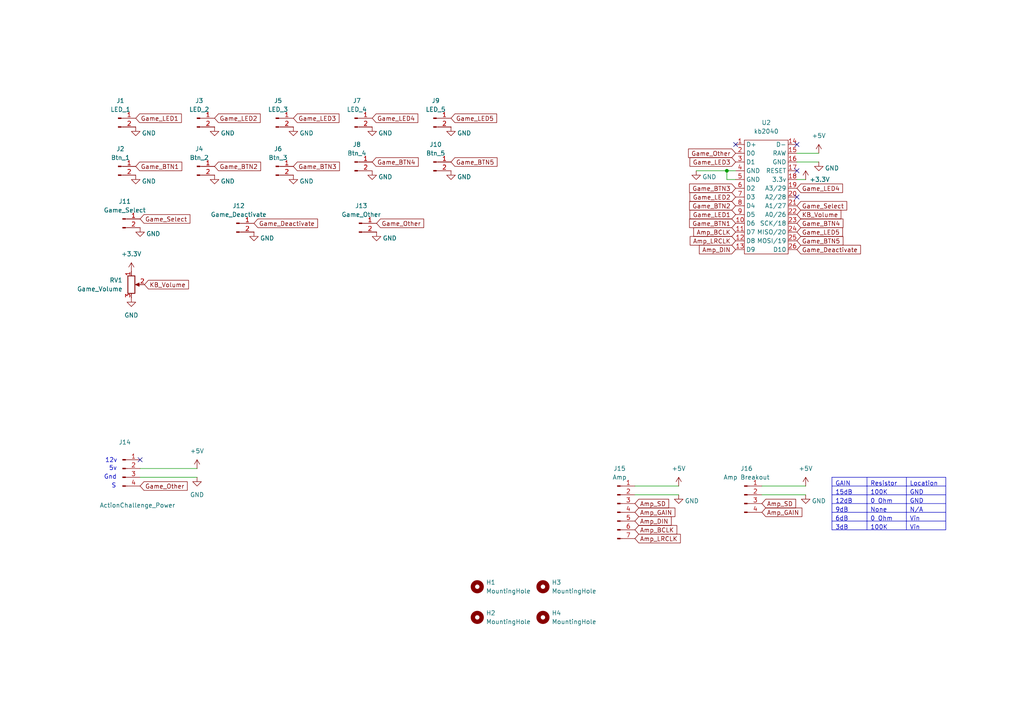
<source format=kicad_sch>
(kicad_sch
	(version 20250114)
	(generator "eeschema")
	(generator_version "9.0")
	(uuid "bb17a333-d19c-4a98-a1e7-2bfe5e6614e4")
	(paper "A4")
	(lib_symbols
		(symbol "Connector:Conn_01x02_Pin"
			(pin_names
				(offset 1.016)
				(hide yes)
			)
			(exclude_from_sim no)
			(in_bom yes)
			(on_board yes)
			(property "Reference" "J"
				(at 0 2.54 0)
				(effects
					(font
						(size 1.27 1.27)
					)
				)
			)
			(property "Value" "Conn_01x02_Pin"
				(at 0 -5.08 0)
				(effects
					(font
						(size 1.27 1.27)
					)
				)
			)
			(property "Footprint" ""
				(at 0 0 0)
				(effects
					(font
						(size 1.27 1.27)
					)
					(hide yes)
				)
			)
			(property "Datasheet" "~"
				(at 0 0 0)
				(effects
					(font
						(size 1.27 1.27)
					)
					(hide yes)
				)
			)
			(property "Description" "Generic connector, single row, 01x02, script generated"
				(at 0 0 0)
				(effects
					(font
						(size 1.27 1.27)
					)
					(hide yes)
				)
			)
			(property "ki_locked" ""
				(at 0 0 0)
				(effects
					(font
						(size 1.27 1.27)
					)
				)
			)
			(property "ki_keywords" "connector"
				(at 0 0 0)
				(effects
					(font
						(size 1.27 1.27)
					)
					(hide yes)
				)
			)
			(property "ki_fp_filters" "Connector*:*_1x??_*"
				(at 0 0 0)
				(effects
					(font
						(size 1.27 1.27)
					)
					(hide yes)
				)
			)
			(symbol "Conn_01x02_Pin_1_1"
				(rectangle
					(start 0.8636 0.127)
					(end 0 -0.127)
					(stroke
						(width 0.1524)
						(type default)
					)
					(fill
						(type outline)
					)
				)
				(rectangle
					(start 0.8636 -2.413)
					(end 0 -2.667)
					(stroke
						(width 0.1524)
						(type default)
					)
					(fill
						(type outline)
					)
				)
				(polyline
					(pts
						(xy 1.27 0) (xy 0.8636 0)
					)
					(stroke
						(width 0.1524)
						(type default)
					)
					(fill
						(type none)
					)
				)
				(polyline
					(pts
						(xy 1.27 -2.54) (xy 0.8636 -2.54)
					)
					(stroke
						(width 0.1524)
						(type default)
					)
					(fill
						(type none)
					)
				)
				(pin passive line
					(at 5.08 0 180)
					(length 3.81)
					(name "Pin_1"
						(effects
							(font
								(size 1.27 1.27)
							)
						)
					)
					(number "1"
						(effects
							(font
								(size 1.27 1.27)
							)
						)
					)
				)
				(pin passive line
					(at 5.08 -2.54 180)
					(length 3.81)
					(name "Pin_2"
						(effects
							(font
								(size 1.27 1.27)
							)
						)
					)
					(number "2"
						(effects
							(font
								(size 1.27 1.27)
							)
						)
					)
				)
			)
			(embedded_fonts no)
		)
		(symbol "Connector:Conn_01x04_Pin"
			(pin_names
				(offset 1.016)
				(hide yes)
			)
			(exclude_from_sim no)
			(in_bom yes)
			(on_board yes)
			(property "Reference" "J"
				(at 0 5.08 0)
				(effects
					(font
						(size 1.27 1.27)
					)
				)
			)
			(property "Value" "Conn_01x04_Pin"
				(at 0 -7.62 0)
				(effects
					(font
						(size 1.27 1.27)
					)
				)
			)
			(property "Footprint" ""
				(at 0 0 0)
				(effects
					(font
						(size 1.27 1.27)
					)
					(hide yes)
				)
			)
			(property "Datasheet" "~"
				(at 0 0 0)
				(effects
					(font
						(size 1.27 1.27)
					)
					(hide yes)
				)
			)
			(property "Description" "Generic connector, single row, 01x04, script generated"
				(at 0 0 0)
				(effects
					(font
						(size 1.27 1.27)
					)
					(hide yes)
				)
			)
			(property "ki_locked" ""
				(at 0 0 0)
				(effects
					(font
						(size 1.27 1.27)
					)
				)
			)
			(property "ki_keywords" "connector"
				(at 0 0 0)
				(effects
					(font
						(size 1.27 1.27)
					)
					(hide yes)
				)
			)
			(property "ki_fp_filters" "Connector*:*_1x??_*"
				(at 0 0 0)
				(effects
					(font
						(size 1.27 1.27)
					)
					(hide yes)
				)
			)
			(symbol "Conn_01x04_Pin_1_1"
				(rectangle
					(start 0.8636 2.667)
					(end 0 2.413)
					(stroke
						(width 0.1524)
						(type default)
					)
					(fill
						(type outline)
					)
				)
				(rectangle
					(start 0.8636 0.127)
					(end 0 -0.127)
					(stroke
						(width 0.1524)
						(type default)
					)
					(fill
						(type outline)
					)
				)
				(rectangle
					(start 0.8636 -2.413)
					(end 0 -2.667)
					(stroke
						(width 0.1524)
						(type default)
					)
					(fill
						(type outline)
					)
				)
				(rectangle
					(start 0.8636 -4.953)
					(end 0 -5.207)
					(stroke
						(width 0.1524)
						(type default)
					)
					(fill
						(type outline)
					)
				)
				(polyline
					(pts
						(xy 1.27 2.54) (xy 0.8636 2.54)
					)
					(stroke
						(width 0.1524)
						(type default)
					)
					(fill
						(type none)
					)
				)
				(polyline
					(pts
						(xy 1.27 0) (xy 0.8636 0)
					)
					(stroke
						(width 0.1524)
						(type default)
					)
					(fill
						(type none)
					)
				)
				(polyline
					(pts
						(xy 1.27 -2.54) (xy 0.8636 -2.54)
					)
					(stroke
						(width 0.1524)
						(type default)
					)
					(fill
						(type none)
					)
				)
				(polyline
					(pts
						(xy 1.27 -5.08) (xy 0.8636 -5.08)
					)
					(stroke
						(width 0.1524)
						(type default)
					)
					(fill
						(type none)
					)
				)
				(pin passive line
					(at 5.08 2.54 180)
					(length 3.81)
					(name "Pin_1"
						(effects
							(font
								(size 1.27 1.27)
							)
						)
					)
					(number "1"
						(effects
							(font
								(size 1.27 1.27)
							)
						)
					)
				)
				(pin passive line
					(at 5.08 0 180)
					(length 3.81)
					(name "Pin_2"
						(effects
							(font
								(size 1.27 1.27)
							)
						)
					)
					(number "2"
						(effects
							(font
								(size 1.27 1.27)
							)
						)
					)
				)
				(pin passive line
					(at 5.08 -2.54 180)
					(length 3.81)
					(name "Pin_3"
						(effects
							(font
								(size 1.27 1.27)
							)
						)
					)
					(number "3"
						(effects
							(font
								(size 1.27 1.27)
							)
						)
					)
				)
				(pin passive line
					(at 5.08 -5.08 180)
					(length 3.81)
					(name "Pin_4"
						(effects
							(font
								(size 1.27 1.27)
							)
						)
					)
					(number "4"
						(effects
							(font
								(size 1.27 1.27)
							)
						)
					)
				)
			)
			(embedded_fonts no)
		)
		(symbol "Connector:Conn_01x07_Pin"
			(pin_names
				(offset 1.016)
				(hide yes)
			)
			(exclude_from_sim no)
			(in_bom yes)
			(on_board yes)
			(property "Reference" "J"
				(at 0 10.16 0)
				(effects
					(font
						(size 1.27 1.27)
					)
				)
			)
			(property "Value" "Conn_01x07_Pin"
				(at 0 -10.16 0)
				(effects
					(font
						(size 1.27 1.27)
					)
				)
			)
			(property "Footprint" ""
				(at 0 0 0)
				(effects
					(font
						(size 1.27 1.27)
					)
					(hide yes)
				)
			)
			(property "Datasheet" "~"
				(at 0 0 0)
				(effects
					(font
						(size 1.27 1.27)
					)
					(hide yes)
				)
			)
			(property "Description" "Generic connector, single row, 01x07, script generated"
				(at 0 0 0)
				(effects
					(font
						(size 1.27 1.27)
					)
					(hide yes)
				)
			)
			(property "ki_locked" ""
				(at 0 0 0)
				(effects
					(font
						(size 1.27 1.27)
					)
				)
			)
			(property "ki_keywords" "connector"
				(at 0 0 0)
				(effects
					(font
						(size 1.27 1.27)
					)
					(hide yes)
				)
			)
			(property "ki_fp_filters" "Connector*:*_1x??_*"
				(at 0 0 0)
				(effects
					(font
						(size 1.27 1.27)
					)
					(hide yes)
				)
			)
			(symbol "Conn_01x07_Pin_1_1"
				(rectangle
					(start 0.8636 7.747)
					(end 0 7.493)
					(stroke
						(width 0.1524)
						(type default)
					)
					(fill
						(type outline)
					)
				)
				(rectangle
					(start 0.8636 5.207)
					(end 0 4.953)
					(stroke
						(width 0.1524)
						(type default)
					)
					(fill
						(type outline)
					)
				)
				(rectangle
					(start 0.8636 2.667)
					(end 0 2.413)
					(stroke
						(width 0.1524)
						(type default)
					)
					(fill
						(type outline)
					)
				)
				(rectangle
					(start 0.8636 0.127)
					(end 0 -0.127)
					(stroke
						(width 0.1524)
						(type default)
					)
					(fill
						(type outline)
					)
				)
				(rectangle
					(start 0.8636 -2.413)
					(end 0 -2.667)
					(stroke
						(width 0.1524)
						(type default)
					)
					(fill
						(type outline)
					)
				)
				(rectangle
					(start 0.8636 -4.953)
					(end 0 -5.207)
					(stroke
						(width 0.1524)
						(type default)
					)
					(fill
						(type outline)
					)
				)
				(rectangle
					(start 0.8636 -7.493)
					(end 0 -7.747)
					(stroke
						(width 0.1524)
						(type default)
					)
					(fill
						(type outline)
					)
				)
				(polyline
					(pts
						(xy 1.27 7.62) (xy 0.8636 7.62)
					)
					(stroke
						(width 0.1524)
						(type default)
					)
					(fill
						(type none)
					)
				)
				(polyline
					(pts
						(xy 1.27 5.08) (xy 0.8636 5.08)
					)
					(stroke
						(width 0.1524)
						(type default)
					)
					(fill
						(type none)
					)
				)
				(polyline
					(pts
						(xy 1.27 2.54) (xy 0.8636 2.54)
					)
					(stroke
						(width 0.1524)
						(type default)
					)
					(fill
						(type none)
					)
				)
				(polyline
					(pts
						(xy 1.27 0) (xy 0.8636 0)
					)
					(stroke
						(width 0.1524)
						(type default)
					)
					(fill
						(type none)
					)
				)
				(polyline
					(pts
						(xy 1.27 -2.54) (xy 0.8636 -2.54)
					)
					(stroke
						(width 0.1524)
						(type default)
					)
					(fill
						(type none)
					)
				)
				(polyline
					(pts
						(xy 1.27 -5.08) (xy 0.8636 -5.08)
					)
					(stroke
						(width 0.1524)
						(type default)
					)
					(fill
						(type none)
					)
				)
				(polyline
					(pts
						(xy 1.27 -7.62) (xy 0.8636 -7.62)
					)
					(stroke
						(width 0.1524)
						(type default)
					)
					(fill
						(type none)
					)
				)
				(pin passive line
					(at 5.08 7.62 180)
					(length 3.81)
					(name "Pin_1"
						(effects
							(font
								(size 1.27 1.27)
							)
						)
					)
					(number "1"
						(effects
							(font
								(size 1.27 1.27)
							)
						)
					)
				)
				(pin passive line
					(at 5.08 5.08 180)
					(length 3.81)
					(name "Pin_2"
						(effects
							(font
								(size 1.27 1.27)
							)
						)
					)
					(number "2"
						(effects
							(font
								(size 1.27 1.27)
							)
						)
					)
				)
				(pin passive line
					(at 5.08 2.54 180)
					(length 3.81)
					(name "Pin_3"
						(effects
							(font
								(size 1.27 1.27)
							)
						)
					)
					(number "3"
						(effects
							(font
								(size 1.27 1.27)
							)
						)
					)
				)
				(pin passive line
					(at 5.08 0 180)
					(length 3.81)
					(name "Pin_4"
						(effects
							(font
								(size 1.27 1.27)
							)
						)
					)
					(number "4"
						(effects
							(font
								(size 1.27 1.27)
							)
						)
					)
				)
				(pin passive line
					(at 5.08 -2.54 180)
					(length 3.81)
					(name "Pin_5"
						(effects
							(font
								(size 1.27 1.27)
							)
						)
					)
					(number "5"
						(effects
							(font
								(size 1.27 1.27)
							)
						)
					)
				)
				(pin passive line
					(at 5.08 -5.08 180)
					(length 3.81)
					(name "Pin_6"
						(effects
							(font
								(size 1.27 1.27)
							)
						)
					)
					(number "6"
						(effects
							(font
								(size 1.27 1.27)
							)
						)
					)
				)
				(pin passive line
					(at 5.08 -7.62 180)
					(length 3.81)
					(name "Pin_7"
						(effects
							(font
								(size 1.27 1.27)
							)
						)
					)
					(number "7"
						(effects
							(font
								(size 1.27 1.27)
							)
						)
					)
				)
			)
			(embedded_fonts no)
		)
		(symbol "Device:R_Potentiometer"
			(pin_names
				(offset 1.016)
				(hide yes)
			)
			(exclude_from_sim no)
			(in_bom yes)
			(on_board yes)
			(property "Reference" "RV"
				(at -4.445 0 90)
				(effects
					(font
						(size 1.27 1.27)
					)
				)
			)
			(property "Value" "R_Potentiometer"
				(at -2.54 0 90)
				(effects
					(font
						(size 1.27 1.27)
					)
				)
			)
			(property "Footprint" ""
				(at 0 0 0)
				(effects
					(font
						(size 1.27 1.27)
					)
					(hide yes)
				)
			)
			(property "Datasheet" "~"
				(at 0 0 0)
				(effects
					(font
						(size 1.27 1.27)
					)
					(hide yes)
				)
			)
			(property "Description" "Potentiometer"
				(at 0 0 0)
				(effects
					(font
						(size 1.27 1.27)
					)
					(hide yes)
				)
			)
			(property "ki_keywords" "resistor variable"
				(at 0 0 0)
				(effects
					(font
						(size 1.27 1.27)
					)
					(hide yes)
				)
			)
			(property "ki_fp_filters" "Potentiometer*"
				(at 0 0 0)
				(effects
					(font
						(size 1.27 1.27)
					)
					(hide yes)
				)
			)
			(symbol "R_Potentiometer_0_1"
				(rectangle
					(start 1.016 2.54)
					(end -1.016 -2.54)
					(stroke
						(width 0.254)
						(type default)
					)
					(fill
						(type none)
					)
				)
				(polyline
					(pts
						(xy 1.143 0) (xy 2.286 0.508) (xy 2.286 -0.508) (xy 1.143 0)
					)
					(stroke
						(width 0)
						(type default)
					)
					(fill
						(type outline)
					)
				)
				(polyline
					(pts
						(xy 2.54 0) (xy 1.524 0)
					)
					(stroke
						(width 0)
						(type default)
					)
					(fill
						(type none)
					)
				)
			)
			(symbol "R_Potentiometer_1_1"
				(pin passive line
					(at 0 3.81 270)
					(length 1.27)
					(name "1"
						(effects
							(font
								(size 1.27 1.27)
							)
						)
					)
					(number "1"
						(effects
							(font
								(size 1.27 1.27)
							)
						)
					)
				)
				(pin passive line
					(at 0 -3.81 90)
					(length 1.27)
					(name "3"
						(effects
							(font
								(size 1.27 1.27)
							)
						)
					)
					(number "3"
						(effects
							(font
								(size 1.27 1.27)
							)
						)
					)
				)
				(pin passive line
					(at 3.81 0 180)
					(length 1.27)
					(name "2"
						(effects
							(font
								(size 1.27 1.27)
							)
						)
					)
					(number "2"
						(effects
							(font
								(size 1.27 1.27)
							)
						)
					)
				)
			)
			(embedded_fonts no)
		)
		(symbol "Mechanical:MountingHole"
			(pin_names
				(offset 1.016)
			)
			(exclude_from_sim no)
			(in_bom no)
			(on_board yes)
			(property "Reference" "H"
				(at 0 5.08 0)
				(effects
					(font
						(size 1.27 1.27)
					)
				)
			)
			(property "Value" "MountingHole"
				(at 0 3.175 0)
				(effects
					(font
						(size 1.27 1.27)
					)
				)
			)
			(property "Footprint" ""
				(at 0 0 0)
				(effects
					(font
						(size 1.27 1.27)
					)
					(hide yes)
				)
			)
			(property "Datasheet" "~"
				(at 0 0 0)
				(effects
					(font
						(size 1.27 1.27)
					)
					(hide yes)
				)
			)
			(property "Description" "Mounting Hole without connection"
				(at 0 0 0)
				(effects
					(font
						(size 1.27 1.27)
					)
					(hide yes)
				)
			)
			(property "ki_keywords" "mounting hole"
				(at 0 0 0)
				(effects
					(font
						(size 1.27 1.27)
					)
					(hide yes)
				)
			)
			(property "ki_fp_filters" "MountingHole*"
				(at 0 0 0)
				(effects
					(font
						(size 1.27 1.27)
					)
					(hide yes)
				)
			)
			(symbol "MountingHole_0_1"
				(circle
					(center 0 0)
					(radius 1.27)
					(stroke
						(width 1.27)
						(type default)
					)
					(fill
						(type none)
					)
				)
			)
			(embedded_fonts no)
		)
		(symbol "kb2040:kb2040"
			(exclude_from_sim no)
			(in_bom yes)
			(on_board yes)
			(property "Reference" "U"
				(at 0 0 0)
				(effects
					(font
						(size 1.27 1.27)
					)
				)
			)
			(property "Value" "kb2040"
				(at 0 -2.54 0)
				(effects
					(font
						(size 1.27 1.27)
					)
				)
			)
			(property "Footprint" ""
				(at 0 0 0)
				(effects
					(font
						(size 1.27 1.27)
					)
					(hide yes)
				)
			)
			(property "Datasheet" ""
				(at 0 0 0)
				(effects
					(font
						(size 1.27 1.27)
					)
					(hide yes)
				)
			)
			(property "Description" ""
				(at 0 0 0)
				(effects
					(font
						(size 1.27 1.27)
					)
					(hide yes)
				)
			)
			(symbol "kb2040_0_1"
				(rectangle
					(start 0 -3.81)
					(end 12.7 -36.83)
					(stroke
						(width 0.1524)
						(type default)
					)
					(fill
						(type none)
					)
				)
			)
			(symbol "kb2040_1_1"
				(pin bidirectional line
					(at -2.54 -5.08 0)
					(length 2.54)
					(name "D+"
						(effects
							(font
								(size 1.27 1.27)
							)
						)
					)
					(number "1"
						(effects
							(font
								(size 1.27 1.27)
							)
						)
					)
				)
				(pin bidirectional line
					(at -2.54 -7.62 0)
					(length 2.54)
					(name "D0"
						(effects
							(font
								(size 1.27 1.27)
							)
						)
					)
					(number "2"
						(effects
							(font
								(size 1.27 1.27)
							)
						)
					)
				)
				(pin bidirectional line
					(at -2.54 -10.16 0)
					(length 2.54)
					(name "D1"
						(effects
							(font
								(size 1.27 1.27)
							)
						)
					)
					(number "3"
						(effects
							(font
								(size 1.27 1.27)
							)
						)
					)
				)
				(pin bidirectional line
					(at -2.54 -12.7 0)
					(length 2.54)
					(name "GND"
						(effects
							(font
								(size 1.27 1.27)
							)
						)
					)
					(number "4"
						(effects
							(font
								(size 1.27 1.27)
							)
						)
					)
				)
				(pin bidirectional line
					(at -2.54 -15.24 0)
					(length 2.54)
					(name "GND"
						(effects
							(font
								(size 1.27 1.27)
							)
						)
					)
					(number "5"
						(effects
							(font
								(size 1.27 1.27)
							)
						)
					)
				)
				(pin bidirectional line
					(at -2.54 -17.78 0)
					(length 2.54)
					(name "D2"
						(effects
							(font
								(size 1.27 1.27)
							)
						)
					)
					(number "6"
						(effects
							(font
								(size 1.27 1.27)
							)
						)
					)
				)
				(pin bidirectional line
					(at -2.54 -20.32 0)
					(length 2.54)
					(name "D3"
						(effects
							(font
								(size 1.27 1.27)
							)
						)
					)
					(number "7"
						(effects
							(font
								(size 1.27 1.27)
							)
						)
					)
				)
				(pin bidirectional line
					(at -2.54 -22.86 0)
					(length 2.54)
					(name "D4"
						(effects
							(font
								(size 1.27 1.27)
							)
						)
					)
					(number "8"
						(effects
							(font
								(size 1.27 1.27)
							)
						)
					)
				)
				(pin bidirectional line
					(at -2.54 -25.4 0)
					(length 2.54)
					(name "D5"
						(effects
							(font
								(size 1.27 1.27)
							)
						)
					)
					(number "9"
						(effects
							(font
								(size 1.27 1.27)
							)
						)
					)
				)
				(pin bidirectional line
					(at -2.54 -27.94 0)
					(length 2.54)
					(name "D6"
						(effects
							(font
								(size 1.27 1.27)
							)
						)
					)
					(number "10"
						(effects
							(font
								(size 1.27 1.27)
							)
						)
					)
				)
				(pin bidirectional line
					(at -2.54 -30.48 0)
					(length 2.54)
					(name "D7"
						(effects
							(font
								(size 1.27 1.27)
							)
						)
					)
					(number "11"
						(effects
							(font
								(size 1.27 1.27)
							)
						)
					)
				)
				(pin bidirectional line
					(at -2.54 -33.02 0)
					(length 2.54)
					(name "D8"
						(effects
							(font
								(size 1.27 1.27)
							)
						)
					)
					(number "12"
						(effects
							(font
								(size 1.27 1.27)
							)
						)
					)
				)
				(pin bidirectional line
					(at -2.54 -35.56 0)
					(length 2.54)
					(name "D9"
						(effects
							(font
								(size 1.27 1.27)
							)
						)
					)
					(number "13"
						(effects
							(font
								(size 1.27 1.27)
							)
						)
					)
				)
				(pin bidirectional line
					(at 15.24 -5.08 180)
					(length 2.54)
					(name "D-"
						(effects
							(font
								(size 1.27 1.27)
							)
						)
					)
					(number "14"
						(effects
							(font
								(size 1.27 1.27)
							)
						)
					)
				)
				(pin bidirectional line
					(at 15.24 -7.62 180)
					(length 2.54)
					(name "RAW"
						(effects
							(font
								(size 1.27 1.27)
							)
						)
					)
					(number "15"
						(effects
							(font
								(size 1.27 1.27)
							)
						)
					)
				)
				(pin bidirectional line
					(at 15.24 -10.16 180)
					(length 2.54)
					(name "GND"
						(effects
							(font
								(size 1.27 1.27)
							)
						)
					)
					(number "16"
						(effects
							(font
								(size 1.27 1.27)
							)
						)
					)
				)
				(pin bidirectional line
					(at 15.24 -12.7 180)
					(length 2.54)
					(name "RESET"
						(effects
							(font
								(size 1.27 1.27)
							)
						)
					)
					(number "17"
						(effects
							(font
								(size 1.27 1.27)
							)
						)
					)
				)
				(pin bidirectional line
					(at 15.24 -15.24 180)
					(length 2.54)
					(name "3.3v"
						(effects
							(font
								(size 1.27 1.27)
							)
						)
					)
					(number "18"
						(effects
							(font
								(size 1.27 1.27)
							)
						)
					)
				)
				(pin bidirectional line
					(at 15.24 -17.78 180)
					(length 2.54)
					(name "A3/29"
						(effects
							(font
								(size 1.27 1.27)
							)
						)
					)
					(number "19"
						(effects
							(font
								(size 1.27 1.27)
							)
						)
					)
				)
				(pin bidirectional line
					(at 15.24 -20.32 180)
					(length 2.54)
					(name "A2/28"
						(effects
							(font
								(size 1.27 1.27)
							)
						)
					)
					(number "20"
						(effects
							(font
								(size 1.27 1.27)
							)
						)
					)
				)
				(pin bidirectional line
					(at 15.24 -22.86 180)
					(length 2.54)
					(name "A1/27"
						(effects
							(font
								(size 1.27 1.27)
							)
						)
					)
					(number "21"
						(effects
							(font
								(size 1.27 1.27)
							)
						)
					)
				)
				(pin bidirectional line
					(at 15.24 -25.4 180)
					(length 2.54)
					(name "A0/26"
						(effects
							(font
								(size 1.27 1.27)
							)
						)
					)
					(number "22"
						(effects
							(font
								(size 1.27 1.27)
							)
						)
					)
				)
				(pin bidirectional line
					(at 15.24 -27.94 180)
					(length 2.54)
					(name "SCK/18"
						(effects
							(font
								(size 1.27 1.27)
							)
						)
					)
					(number "23"
						(effects
							(font
								(size 1.27 1.27)
							)
						)
					)
				)
				(pin bidirectional line
					(at 15.24 -30.48 180)
					(length 2.54)
					(name "MISO/20"
						(effects
							(font
								(size 1.27 1.27)
							)
						)
					)
					(number "24"
						(effects
							(font
								(size 1.27 1.27)
							)
						)
					)
				)
				(pin bidirectional line
					(at 15.24 -33.02 180)
					(length 2.54)
					(name "MOSI/19"
						(effects
							(font
								(size 1.27 1.27)
							)
						)
					)
					(number "25"
						(effects
							(font
								(size 1.27 1.27)
							)
						)
					)
				)
				(pin bidirectional line
					(at 15.24 -35.56 180)
					(length 2.54)
					(name "D10"
						(effects
							(font
								(size 1.27 1.27)
							)
						)
					)
					(number "26"
						(effects
							(font
								(size 1.27 1.27)
							)
						)
					)
				)
			)
			(embedded_fonts no)
		)
		(symbol "power:+3.3V"
			(power)
			(pin_numbers
				(hide yes)
			)
			(pin_names
				(offset 0)
				(hide yes)
			)
			(exclude_from_sim no)
			(in_bom yes)
			(on_board yes)
			(property "Reference" "#PWR"
				(at 0 -3.81 0)
				(effects
					(font
						(size 1.27 1.27)
					)
					(hide yes)
				)
			)
			(property "Value" "+3.3V"
				(at 0 3.556 0)
				(effects
					(font
						(size 1.27 1.27)
					)
				)
			)
			(property "Footprint" ""
				(at 0 0 0)
				(effects
					(font
						(size 1.27 1.27)
					)
					(hide yes)
				)
			)
			(property "Datasheet" ""
				(at 0 0 0)
				(effects
					(font
						(size 1.27 1.27)
					)
					(hide yes)
				)
			)
			(property "Description" "Power symbol creates a global label with name \"+3.3V\""
				(at 0 0 0)
				(effects
					(font
						(size 1.27 1.27)
					)
					(hide yes)
				)
			)
			(property "ki_keywords" "global power"
				(at 0 0 0)
				(effects
					(font
						(size 1.27 1.27)
					)
					(hide yes)
				)
			)
			(symbol "+3.3V_0_1"
				(polyline
					(pts
						(xy -0.762 1.27) (xy 0 2.54)
					)
					(stroke
						(width 0)
						(type default)
					)
					(fill
						(type none)
					)
				)
				(polyline
					(pts
						(xy 0 2.54) (xy 0.762 1.27)
					)
					(stroke
						(width 0)
						(type default)
					)
					(fill
						(type none)
					)
				)
				(polyline
					(pts
						(xy 0 0) (xy 0 2.54)
					)
					(stroke
						(width 0)
						(type default)
					)
					(fill
						(type none)
					)
				)
			)
			(symbol "+3.3V_1_1"
				(pin power_in line
					(at 0 0 90)
					(length 0)
					(name "~"
						(effects
							(font
								(size 1.27 1.27)
							)
						)
					)
					(number "1"
						(effects
							(font
								(size 1.27 1.27)
							)
						)
					)
				)
			)
			(embedded_fonts no)
		)
		(symbol "power:+5V"
			(power)
			(pin_numbers
				(hide yes)
			)
			(pin_names
				(offset 0)
				(hide yes)
			)
			(exclude_from_sim no)
			(in_bom yes)
			(on_board yes)
			(property "Reference" "#PWR"
				(at 0 -3.81 0)
				(effects
					(font
						(size 1.27 1.27)
					)
					(hide yes)
				)
			)
			(property "Value" "+5V"
				(at 0 3.556 0)
				(effects
					(font
						(size 1.27 1.27)
					)
				)
			)
			(property "Footprint" ""
				(at 0 0 0)
				(effects
					(font
						(size 1.27 1.27)
					)
					(hide yes)
				)
			)
			(property "Datasheet" ""
				(at 0 0 0)
				(effects
					(font
						(size 1.27 1.27)
					)
					(hide yes)
				)
			)
			(property "Description" "Power symbol creates a global label with name \"+5V\""
				(at 0 0 0)
				(effects
					(font
						(size 1.27 1.27)
					)
					(hide yes)
				)
			)
			(property "ki_keywords" "global power"
				(at 0 0 0)
				(effects
					(font
						(size 1.27 1.27)
					)
					(hide yes)
				)
			)
			(symbol "+5V_0_1"
				(polyline
					(pts
						(xy -0.762 1.27) (xy 0 2.54)
					)
					(stroke
						(width 0)
						(type default)
					)
					(fill
						(type none)
					)
				)
				(polyline
					(pts
						(xy 0 2.54) (xy 0.762 1.27)
					)
					(stroke
						(width 0)
						(type default)
					)
					(fill
						(type none)
					)
				)
				(polyline
					(pts
						(xy 0 0) (xy 0 2.54)
					)
					(stroke
						(width 0)
						(type default)
					)
					(fill
						(type none)
					)
				)
			)
			(symbol "+5V_1_1"
				(pin power_in line
					(at 0 0 90)
					(length 0)
					(name "~"
						(effects
							(font
								(size 1.27 1.27)
							)
						)
					)
					(number "1"
						(effects
							(font
								(size 1.27 1.27)
							)
						)
					)
				)
			)
			(embedded_fonts no)
		)
		(symbol "power:GND"
			(power)
			(pin_numbers
				(hide yes)
			)
			(pin_names
				(offset 0)
				(hide yes)
			)
			(exclude_from_sim no)
			(in_bom yes)
			(on_board yes)
			(property "Reference" "#PWR"
				(at 0 -6.35 0)
				(effects
					(font
						(size 1.27 1.27)
					)
					(hide yes)
				)
			)
			(property "Value" "GND"
				(at 0 -3.81 0)
				(effects
					(font
						(size 1.27 1.27)
					)
				)
			)
			(property "Footprint" ""
				(at 0 0 0)
				(effects
					(font
						(size 1.27 1.27)
					)
					(hide yes)
				)
			)
			(property "Datasheet" ""
				(at 0 0 0)
				(effects
					(font
						(size 1.27 1.27)
					)
					(hide yes)
				)
			)
			(property "Description" "Power symbol creates a global label with name \"GND\" , ground"
				(at 0 0 0)
				(effects
					(font
						(size 1.27 1.27)
					)
					(hide yes)
				)
			)
			(property "ki_keywords" "global power"
				(at 0 0 0)
				(effects
					(font
						(size 1.27 1.27)
					)
					(hide yes)
				)
			)
			(symbol "GND_0_1"
				(polyline
					(pts
						(xy 0 0) (xy 0 -1.27) (xy 1.27 -1.27) (xy 0 -2.54) (xy -1.27 -1.27) (xy 0 -1.27)
					)
					(stroke
						(width 0)
						(type default)
					)
					(fill
						(type none)
					)
				)
			)
			(symbol "GND_1_1"
				(pin power_in line
					(at 0 0 270)
					(length 0)
					(name "~"
						(effects
							(font
								(size 1.27 1.27)
							)
						)
					)
					(number "1"
						(effects
							(font
								(size 1.27 1.27)
							)
						)
					)
				)
			)
			(embedded_fonts no)
		)
	)
	(text "Gnd"
		(exclude_from_sim no)
		(at 32.004 138.43 0)
		(effects
			(font
				(size 1.27 1.27)
			)
		)
		(uuid "627c07a8-c160-4d36-a74c-4633b33d609e")
	)
	(text "12v"
		(exclude_from_sim no)
		(at 32.258 133.604 0)
		(effects
			(font
				(size 1.27 1.27)
			)
		)
		(uuid "7ffdd740-613b-41b0-b61c-6502f215e87b")
	)
	(text "S"
		(exclude_from_sim no)
		(at 33.02 140.97 0)
		(effects
			(font
				(size 1.27 1.27)
			)
		)
		(uuid "e06432df-e230-4812-bbab-5d02a40e8000")
	)
	(text "5v"
		(exclude_from_sim no)
		(at 32.766 135.89 0)
		(effects
			(font
				(size 1.27 1.27)
			)
		)
		(uuid "f717e3ca-3f15-4b60-8b32-963797baddc2")
	)
	(junction
		(at 210.82 49.53)
		(diameter 0)
		(color 0 0 0 0)
		(uuid "0092c058-2724-4eeb-a57c-cfa30abbd1ce")
	)
	(no_connect
		(at 40.64 133.35)
		(uuid "36406176-d8ff-4dcc-861f-853acb8cd5de")
	)
	(no_connect
		(at 231.14 41.91)
		(uuid "87f8cef4-0304-4861-ad97-4a9c10b32646")
	)
	(no_connect
		(at 213.36 41.91)
		(uuid "ab439eb4-ca04-4096-9ade-dae41f734173")
	)
	(no_connect
		(at 231.14 49.53)
		(uuid "bfad9669-3c1f-4d6e-88c1-ff824c49fc82")
	)
	(no_connect
		(at 231.14 57.15)
		(uuid "f8b8774d-84a4-4753-8d07-1887c185a298")
	)
	(wire
		(pts
			(xy 40.64 135.89) (xy 57.15 135.89)
		)
		(stroke
			(width 0)
			(type default)
		)
		(uuid "090ca6e3-46f2-4da5-b823-927211950240")
	)
	(wire
		(pts
			(xy 213.36 49.53) (xy 210.82 49.53)
		)
		(stroke
			(width 0)
			(type default)
		)
		(uuid "148976eb-4c71-4f4f-a48a-49060c8aaa5f")
	)
	(wire
		(pts
			(xy 231.14 52.07) (xy 233.68 52.07)
		)
		(stroke
			(width 0)
			(type default)
		)
		(uuid "23580059-8f9b-4b26-9838-35572b0ae0b8")
	)
	(wire
		(pts
			(xy 196.85 140.97) (xy 184.15 140.97)
		)
		(stroke
			(width 0)
			(type default)
		)
		(uuid "2efc9f95-2704-4fd2-b04c-5122f52ab807")
	)
	(wire
		(pts
			(xy 210.82 49.53) (xy 201.93 49.53)
		)
		(stroke
			(width 0)
			(type default)
		)
		(uuid "9822394e-9148-4f55-874f-d2fb57b205f2")
	)
	(wire
		(pts
			(xy 184.15 143.51) (xy 196.85 143.51)
		)
		(stroke
			(width 0)
			(type default)
		)
		(uuid "9b5a336e-de36-4b52-89d6-f8f203bf4f58")
	)
	(wire
		(pts
			(xy 231.14 46.99) (xy 237.49 46.99)
		)
		(stroke
			(width 0)
			(type default)
		)
		(uuid "a1ee382a-559c-4036-ad9c-569520c10b99")
	)
	(wire
		(pts
			(xy 213.36 52.07) (xy 210.82 52.07)
		)
		(stroke
			(width 0)
			(type default)
		)
		(uuid "a8e56d4f-e384-4b05-b18c-833c94fef8f3")
	)
	(wire
		(pts
			(xy 40.64 138.43) (xy 57.15 138.43)
		)
		(stroke
			(width 0)
			(type default)
		)
		(uuid "b8257ba6-fc45-4f1d-9298-f10bbb3ff5b4")
	)
	(wire
		(pts
			(xy 210.82 52.07) (xy 210.82 49.53)
		)
		(stroke
			(width 0)
			(type default)
		)
		(uuid "be9579f6-d7cb-4445-8078-ca2e0e5d733b")
	)
	(wire
		(pts
			(xy 220.98 140.97) (xy 233.68 140.97)
		)
		(stroke
			(width 0)
			(type default)
		)
		(uuid "c9782244-db58-46af-ba57-8e4f46883015")
	)
	(wire
		(pts
			(xy 220.98 143.51) (xy 233.68 143.51)
		)
		(stroke
			(width 0)
			(type default)
		)
		(uuid "ccb18c2e-1a7d-4dc0-9303-bb4e5161c142")
	)
	(wire
		(pts
			(xy 231.14 44.45) (xy 237.49 44.45)
		)
		(stroke
			(width 0)
			(type default)
		)
		(uuid "d7423e9e-4a09-4e25-84f3-bdfbb94457e8")
	)
	(table
		(column_count 3)
		(border
			(external yes)
			(header yes)
			(stroke
				(width 0)
				(type solid)
			)
		)
		(separators
			(rows yes)
			(cols yes)
			(stroke
				(width 0)
				(type solid)
			)
		)
		(column_widths 10.16 11.43 11.43)
		(row_heights 2.54 2.54 2.54 2.54 2.54 2.54)
		(cells
			(table_cell "GAIN"
				(exclude_from_sim no)
				(at 241.3 138.43 0)
				(size 10.16 2.54)
				(margins 0.9525 0.9525 0.9525 0.9525)
				(span 1 1)
				(fill
					(type none)
				)
				(effects
					(font
						(size 1.27 1.27)
					)
					(justify left top)
				)
				(uuid "962a2014-32e2-4395-8c7d-b807ce35b12f")
			)
			(table_cell "Resistor"
				(exclude_from_sim no)
				(at 251.46 138.43 0)
				(size 11.43 2.54)
				(margins 0.9525 0.9525 0.9525 0.9525)
				(span 1 1)
				(fill
					(type none)
				)
				(effects
					(font
						(size 1.27 1.27)
					)
					(justify left top)
				)
				(uuid "e7c5283f-480c-46f0-a416-5e7945e60114")
			)
			(table_cell "Location"
				(exclude_from_sim no)
				(at 262.89 138.43 0)
				(size 11.43 2.54)
				(margins 0.9525 0.9525 0.9525 0.9525)
				(span 1 1)
				(fill
					(type none)
				)
				(effects
					(font
						(size 1.27 1.27)
					)
					(justify left top)
				)
				(uuid "02606522-52d5-469f-bcc8-6bdefb8c23d3")
			)
			(table_cell "15dB"
				(exclude_from_sim no)
				(at 241.3 140.97 0)
				(size 10.16 2.54)
				(margins 0.9525 0.9525 0.9525 0.9525)
				(span 1 1)
				(fill
					(type none)
				)
				(effects
					(font
						(size 1.27 1.27)
					)
					(justify left top)
				)
				(uuid "f08c6943-85ef-44aa-8659-cbdded7add21")
			)
			(table_cell "100K"
				(exclude_from_sim no)
				(at 251.46 140.97 0)
				(size 11.43 2.54)
				(margins 0.9525 0.9525 0.9525 0.9525)
				(span 1 1)
				(fill
					(type none)
				)
				(effects
					(font
						(size 1.27 1.27)
					)
					(justify left top)
				)
				(uuid "f12fd50a-8279-4198-9298-661ac384fdea")
			)
			(table_cell "GND"
				(exclude_from_sim no)
				(at 262.89 140.97 0)
				(size 11.43 2.54)
				(margins 0.9525 0.9525 0.9525 0.9525)
				(span 1 1)
				(fill
					(type none)
				)
				(effects
					(font
						(size 1.27 1.27)
					)
					(justify left top)
				)
				(uuid "d06faa5b-cbf7-4ced-9497-d5389a7ed706")
			)
			(table_cell "12dB"
				(exclude_from_sim no)
				(at 241.3 143.51 0)
				(size 10.16 2.54)
				(margins 0.9525 0.9525 0.9525 0.9525)
				(span 1 1)
				(fill
					(type none)
				)
				(effects
					(font
						(size 1.27 1.27)
					)
					(justify left top)
				)
				(uuid "2da2c383-99bf-441e-85ab-f36b96168fb1")
			)
			(table_cell "0 Ohm"
				(exclude_from_sim no)
				(at 251.46 143.51 0)
				(size 11.43 2.54)
				(margins 0.9525 0.9525 0.9525 0.9525)
				(span 1 1)
				(fill
					(type none)
				)
				(effects
					(font
						(size 1.27 1.27)
					)
					(justify left top)
				)
				(uuid "96efb19c-3654-44a5-988f-df261b6eeebe")
			)
			(table_cell "GND"
				(exclude_from_sim no)
				(at 262.89 143.51 0)
				(size 11.43 2.54)
				(margins 0.9525 0.9525 0.9525 0.9525)
				(span 1 1)
				(fill
					(type none)
				)
				(effects
					(font
						(size 1.27 1.27)
					)
					(justify left top)
				)
				(uuid "87dbcefa-3de5-45b8-a0fb-ae7feafb888b")
			)
			(table_cell "9dB"
				(exclude_from_sim no)
				(at 241.3 146.05 0)
				(size 10.16 2.54)
				(margins 0.9525 0.9525 0.9525 0.9525)
				(span 1 1)
				(fill
					(type none)
				)
				(effects
					(font
						(size 1.27 1.27)
					)
					(justify left top)
				)
				(uuid "882d51cf-6d1a-460b-8dc6-eb7b76773a4a")
			)
			(table_cell "None"
				(exclude_from_sim no)
				(at 251.46 146.05 0)
				(size 11.43 2.54)
				(margins 0.9525 0.9525 0.9525 0.9525)
				(span 1 1)
				(fill
					(type none)
				)
				(effects
					(font
						(size 1.27 1.27)
					)
					(justify left top)
				)
				(uuid "e8c2a9b0-145c-4fc7-9648-60de4d7954ec")
			)
			(table_cell "N/A"
				(exclude_from_sim no)
				(at 262.89 146.05 0)
				(size 11.43 2.54)
				(margins 0.9525 0.9525 0.9525 0.9525)
				(span 1 1)
				(fill
					(type none)
				)
				(effects
					(font
						(size 1.27 1.27)
					)
					(justify left top)
				)
				(uuid "871f8a40-0550-411a-b21c-2e7581e2c00a")
			)
			(table_cell "6dB"
				(exclude_from_sim no)
				(at 241.3 148.59 0)
				(size 10.16 2.54)
				(margins 0.9525 0.9525 0.9525 0.9525)
				(span 1 1)
				(fill
					(type none)
				)
				(effects
					(font
						(size 1.27 1.27)
					)
					(justify left top)
				)
				(uuid "c5d482f0-7c52-4a96-b402-2b42240d2f4c")
			)
			(table_cell "0 Ohm"
				(exclude_from_sim no)
				(at 251.46 148.59 0)
				(size 11.43 2.54)
				(margins 0.9525 0.9525 0.9525 0.9525)
				(span 1 1)
				(fill
					(type none)
				)
				(effects
					(font
						(size 1.27 1.27)
					)
					(justify left top)
				)
				(uuid "ab4bd84d-9898-41db-9e41-c4bcd21eb144")
			)
			(table_cell "Vin"
				(exclude_from_sim no)
				(at 262.89 148.59 0)
				(size 11.43 2.54)
				(margins 0.9525 0.9525 0.9525 0.9525)
				(span 1 1)
				(fill
					(type none)
				)
				(effects
					(font
						(size 1.27 1.27)
					)
					(justify left top)
				)
				(uuid "0c97ecba-54a4-4413-a06b-ca50fcf43d59")
			)
			(table_cell "3dB"
				(exclude_from_sim no)
				(at 241.3 151.13 0)
				(size 10.16 2.54)
				(margins 0.9525 0.9525 0.9525 0.9525)
				(span 1 1)
				(fill
					(type none)
				)
				(effects
					(font
						(size 1.27 1.27)
					)
					(justify left top)
				)
				(uuid "b97e00ee-76db-449d-a6dc-4fd8ff13f44e")
			)
			(table_cell "100K"
				(exclude_from_sim no)
				(at 251.46 151.13 0)
				(size 11.43 2.54)
				(margins 0.9525 0.9525 0.9525 0.9525)
				(span 1 1)
				(fill
					(type none)
				)
				(effects
					(font
						(size 1.27 1.27)
					)
					(justify left top)
				)
				(uuid "7c162f72-180a-4fd7-ab5b-bae164b906e8")
			)
			(table_cell "Vin"
				(exclude_from_sim no)
				(at 262.89 151.13 0)
				(size 11.43 2.54)
				(margins 0.9525 0.9525 0.9525 0.9525)
				(span 1 1)
				(fill
					(type none)
				)
				(effects
					(font
						(size 1.27 1.27)
					)
					(justify left top)
				)
				(uuid "be8eef03-95f5-440e-b023-77453710dde2")
			)
		)
	)
	(global_label "Game_LED4"
		(shape input)
		(at 231.14 54.61 0)
		(fields_autoplaced yes)
		(effects
			(font
				(size 1.27 1.27)
			)
			(justify left)
		)
		(uuid "0e74927e-1c26-4cf5-8a1a-e53ae4e79bd1")
		(property "Intersheetrefs" "${INTERSHEET_REFS}"
			(at 244.9503 54.61 0)
			(effects
				(font
					(size 1.27 1.27)
				)
				(justify left)
				(hide yes)
			)
		)
	)
	(global_label "Game_LED3"
		(shape input)
		(at 85.09 34.29 0)
		(fields_autoplaced yes)
		(effects
			(font
				(size 1.27 1.27)
			)
			(justify left)
		)
		(uuid "1209c3fa-7a55-4e61-be1b-ec322ad2bd90")
		(property "Intersheetrefs" "${INTERSHEET_REFS}"
			(at 98.9003 34.29 0)
			(effects
				(font
					(size 1.27 1.27)
				)
				(justify left)
				(hide yes)
			)
		)
	)
	(global_label "Game_Deactivate"
		(shape input)
		(at 73.66 64.77 0)
		(fields_autoplaced yes)
		(effects
			(font
				(size 1.27 1.27)
			)
			(justify left)
		)
		(uuid "14c05c05-270e-4726-b8fb-bf60f0d1b350")
		(property "Intersheetrefs" "${INTERSHEET_REFS}"
			(at 92.6713 64.77 0)
			(effects
				(font
					(size 1.27 1.27)
				)
				(justify left)
				(hide yes)
			)
		)
	)
	(global_label "Game_BTN5"
		(shape input)
		(at 130.81 46.99 0)
		(fields_autoplaced yes)
		(effects
			(font
				(size 1.27 1.27)
			)
			(justify left)
		)
		(uuid "1939e903-90f4-49f6-a349-a589c472a814")
		(property "Intersheetrefs" "${INTERSHEET_REFS}"
			(at 144.7413 46.99 0)
			(effects
				(font
					(size 1.27 1.27)
				)
				(justify left)
				(hide yes)
			)
		)
	)
	(global_label "Amp_BCLK"
		(shape input)
		(at 184.15 153.67 0)
		(fields_autoplaced yes)
		(effects
			(font
				(size 1.27 1.27)
			)
			(justify left)
		)
		(uuid "1de675d8-9f85-45fd-bb5e-ccd2f98de2b8")
		(property "Intersheetrefs" "${INTERSHEET_REFS}"
			(at 196.8718 153.67 0)
			(effects
				(font
					(size 1.27 1.27)
				)
				(justify left)
				(hide yes)
			)
		)
	)
	(global_label "Game_LED1"
		(shape input)
		(at 213.36 62.23 180)
		(fields_autoplaced yes)
		(effects
			(font
				(size 1.27 1.27)
			)
			(justify right)
		)
		(uuid "209743ec-849d-4666-88de-9d90e37ff81e")
		(property "Intersheetrefs" "${INTERSHEET_REFS}"
			(at 199.5497 62.23 0)
			(effects
				(font
					(size 1.27 1.27)
				)
				(justify right)
				(hide yes)
			)
		)
	)
	(global_label "Amp_SD"
		(shape input)
		(at 220.98 146.05 0)
		(fields_autoplaced yes)
		(effects
			(font
				(size 1.27 1.27)
			)
			(justify left)
		)
		(uuid "23efa5e0-91a0-4917-a5ac-49e31c22d6ec")
		(property "Intersheetrefs" "${INTERSHEET_REFS}"
			(at 231.3432 146.05 0)
			(effects
				(font
					(size 1.27 1.27)
				)
				(justify left)
				(hide yes)
			)
		)
	)
	(global_label "Game_BTN4"
		(shape input)
		(at 107.95 46.99 0)
		(fields_autoplaced yes)
		(effects
			(font
				(size 1.27 1.27)
			)
			(justify left)
		)
		(uuid "24a969b6-908e-485b-bc5e-c06476ee562e")
		(property "Intersheetrefs" "${INTERSHEET_REFS}"
			(at 121.8813 46.99 0)
			(effects
				(font
					(size 1.27 1.27)
				)
				(justify left)
				(hide yes)
			)
		)
	)
	(global_label "KB_Volume"
		(shape input)
		(at 231.14 62.23 0)
		(fields_autoplaced yes)
		(effects
			(font
				(size 1.27 1.27)
			)
			(justify left)
		)
		(uuid "2a73c286-42c4-4c5e-9ee9-206ec6726b33")
		(property "Intersheetrefs" "${INTERSHEET_REFS}"
			(at 244.4665 62.23 0)
			(effects
				(font
					(size 1.27 1.27)
				)
				(justify left)
				(hide yes)
			)
		)
	)
	(global_label "Game_BTN3"
		(shape input)
		(at 85.09 48.26 0)
		(fields_autoplaced yes)
		(effects
			(font
				(size 1.27 1.27)
			)
			(justify left)
		)
		(uuid "352ac900-e500-4b43-a758-e2f34feb983d")
		(property "Intersheetrefs" "${INTERSHEET_REFS}"
			(at 99.0213 48.26 0)
			(effects
				(font
					(size 1.27 1.27)
				)
				(justify left)
				(hide yes)
			)
		)
	)
	(global_label "Amp_DIN"
		(shape input)
		(at 184.15 151.13 0)
		(fields_autoplaced yes)
		(effects
			(font
				(size 1.27 1.27)
			)
			(justify left)
		)
		(uuid "3c28290a-9d73-4faa-bc75-3fb4bb4f5711")
		(property "Intersheetrefs" "${INTERSHEET_REFS}"
			(at 195.239 151.13 0)
			(effects
				(font
					(size 1.27 1.27)
				)
				(justify left)
				(hide yes)
			)
		)
	)
	(global_label "Game_LED5"
		(shape input)
		(at 231.14 67.31 0)
		(fields_autoplaced yes)
		(effects
			(font
				(size 1.27 1.27)
			)
			(justify left)
		)
		(uuid "3d0c3f99-8160-4ce1-baf4-baa0fe5d61b2")
		(property "Intersheetrefs" "${INTERSHEET_REFS}"
			(at 244.9503 67.31 0)
			(effects
				(font
					(size 1.27 1.27)
				)
				(justify left)
				(hide yes)
			)
		)
	)
	(global_label "Game_LED1"
		(shape input)
		(at 39.37 34.29 0)
		(fields_autoplaced yes)
		(effects
			(font
				(size 1.27 1.27)
			)
			(justify left)
		)
		(uuid "4d9785e9-b52b-412b-99a6-378c01fdf335")
		(property "Intersheetrefs" "${INTERSHEET_REFS}"
			(at 53.1803 34.29 0)
			(effects
				(font
					(size 1.27 1.27)
				)
				(justify left)
				(hide yes)
			)
		)
	)
	(global_label "Amp_LRCLK"
		(shape input)
		(at 184.15 156.21 0)
		(fields_autoplaced yes)
		(effects
			(font
				(size 1.27 1.27)
			)
			(justify left)
		)
		(uuid "61f12291-6e66-48b8-b63a-3aea31bd0fe6")
		(property "Intersheetrefs" "${INTERSHEET_REFS}"
			(at 197.8999 156.21 0)
			(effects
				(font
					(size 1.27 1.27)
				)
				(justify left)
				(hide yes)
			)
		)
	)
	(global_label "Game_BTN5"
		(shape input)
		(at 231.14 69.85 0)
		(fields_autoplaced yes)
		(effects
			(font
				(size 1.27 1.27)
			)
			(justify left)
		)
		(uuid "647f141a-223f-4e47-87f2-fa91b565feb3")
		(property "Intersheetrefs" "${INTERSHEET_REFS}"
			(at 245.0713 69.85 0)
			(effects
				(font
					(size 1.27 1.27)
				)
				(justify left)
				(hide yes)
			)
		)
	)
	(global_label "Amp_DIN"
		(shape input)
		(at 213.36 72.39 180)
		(fields_autoplaced yes)
		(effects
			(font
				(size 1.27 1.27)
			)
			(justify right)
		)
		(uuid "6c617692-4001-40f7-bb11-3fbbb486cf6f")
		(property "Intersheetrefs" "${INTERSHEET_REFS}"
			(at 202.271 72.39 0)
			(effects
				(font
					(size 1.27 1.27)
				)
				(justify right)
				(hide yes)
			)
		)
	)
	(global_label "Game_LED4"
		(shape input)
		(at 107.95 34.29 0)
		(fields_autoplaced yes)
		(effects
			(font
				(size 1.27 1.27)
			)
			(justify left)
		)
		(uuid "6ebc4aff-9899-4827-bed3-ab7b813039ef")
		(property "Intersheetrefs" "${INTERSHEET_REFS}"
			(at 121.7603 34.29 0)
			(effects
				(font
					(size 1.27 1.27)
				)
				(justify left)
				(hide yes)
			)
		)
	)
	(global_label "Game_LED3"
		(shape input)
		(at 213.36 46.99 180)
		(fields_autoplaced yes)
		(effects
			(font
				(size 1.27 1.27)
			)
			(justify right)
		)
		(uuid "6f8df083-6998-4790-9c51-fa32d108e36a")
		(property "Intersheetrefs" "${INTERSHEET_REFS}"
			(at 199.5497 46.99 0)
			(effects
				(font
					(size 1.27 1.27)
				)
				(justify right)
				(hide yes)
			)
		)
	)
	(global_label "Amp_SD"
		(shape input)
		(at 184.15 146.05 0)
		(fields_autoplaced yes)
		(effects
			(font
				(size 1.27 1.27)
			)
			(justify left)
		)
		(uuid "76fc257f-0008-48b7-a469-e79fd1fba9db")
		(property "Intersheetrefs" "${INTERSHEET_REFS}"
			(at 194.5132 146.05 0)
			(effects
				(font
					(size 1.27 1.27)
				)
				(justify left)
				(hide yes)
			)
		)
	)
	(global_label "Game_BTN1"
		(shape input)
		(at 213.36 64.77 180)
		(fields_autoplaced yes)
		(effects
			(font
				(size 1.27 1.27)
			)
			(justify right)
		)
		(uuid "77f06962-59c4-4efb-ba05-8ce17137e787")
		(property "Intersheetrefs" "${INTERSHEET_REFS}"
			(at 199.4287 64.77 0)
			(effects
				(font
					(size 1.27 1.27)
				)
				(justify right)
				(hide yes)
			)
		)
	)
	(global_label "Game_BTN1"
		(shape input)
		(at 39.37 48.26 0)
		(fields_autoplaced yes)
		(effects
			(font
				(size 1.27 1.27)
			)
			(justify left)
		)
		(uuid "7917fb7e-5e76-461f-810a-28b2b210067a")
		(property "Intersheetrefs" "${INTERSHEET_REFS}"
			(at 53.3013 48.26 0)
			(effects
				(font
					(size 1.27 1.27)
				)
				(justify left)
				(hide yes)
			)
		)
	)
	(global_label "Game_BTN4"
		(shape input)
		(at 231.14 64.77 0)
		(fields_autoplaced yes)
		(effects
			(font
				(size 1.27 1.27)
			)
			(justify left)
		)
		(uuid "7d393c05-0ddd-4cc0-b3f1-a166cba805a9")
		(property "Intersheetrefs" "${INTERSHEET_REFS}"
			(at 245.0713 64.77 0)
			(effects
				(font
					(size 1.27 1.27)
				)
				(justify left)
				(hide yes)
			)
		)
	)
	(global_label "Game_BTN3"
		(shape input)
		(at 213.36 54.61 180)
		(fields_autoplaced yes)
		(effects
			(font
				(size 1.27 1.27)
			)
			(justify right)
		)
		(uuid "89c9b4fa-05a0-4129-a74c-7d0697a8f454")
		(property "Intersheetrefs" "${INTERSHEET_REFS}"
			(at 199.4287 54.61 0)
			(effects
				(font
					(size 1.27 1.27)
				)
				(justify right)
				(hide yes)
			)
		)
	)
	(global_label "Game_LED2"
		(shape input)
		(at 62.23 34.29 0)
		(fields_autoplaced yes)
		(effects
			(font
				(size 1.27 1.27)
			)
			(justify left)
		)
		(uuid "8b9c937d-94cf-461f-a4d9-b2c92668c1db")
		(property "Intersheetrefs" "${INTERSHEET_REFS}"
			(at 76.0403 34.29 0)
			(effects
				(font
					(size 1.27 1.27)
				)
				(justify left)
				(hide yes)
			)
		)
	)
	(global_label "Game_Select"
		(shape input)
		(at 40.64 63.5 0)
		(fields_autoplaced yes)
		(effects
			(font
				(size 1.27 1.27)
			)
			(justify left)
		)
		(uuid "8ce1ebcb-7ce6-41de-84e2-7448370f490e")
		(property "Intersheetrefs" "${INTERSHEET_REFS}"
			(at 55.6599 63.5 0)
			(effects
				(font
					(size 1.27 1.27)
				)
				(justify left)
				(hide yes)
			)
		)
	)
	(global_label "Game_Other"
		(shape input)
		(at 109.22 64.77 0)
		(fields_autoplaced yes)
		(effects
			(font
				(size 1.27 1.27)
			)
			(justify left)
		)
		(uuid "9b3bc587-ae57-4fc5-8af5-3e90caecb741")
		(property "Intersheetrefs" "${INTERSHEET_REFS}"
			(at 123.4537 64.77 0)
			(effects
				(font
					(size 1.27 1.27)
				)
				(justify left)
				(hide yes)
			)
		)
	)
	(global_label "Game_Other"
		(shape input)
		(at 40.64 140.97 0)
		(fields_autoplaced yes)
		(effects
			(font
				(size 1.27 1.27)
			)
			(justify left)
		)
		(uuid "9c6311be-0576-4224-b70d-b4025001a8b3")
		(property "Intersheetrefs" "${INTERSHEET_REFS}"
			(at 54.8737 140.97 0)
			(effects
				(font
					(size 1.27 1.27)
				)
				(justify left)
				(hide yes)
			)
		)
	)
	(global_label "KB_Volume"
		(shape input)
		(at 41.91 82.55 0)
		(fields_autoplaced yes)
		(effects
			(font
				(size 1.27 1.27)
			)
			(justify left)
		)
		(uuid "9dd68fb1-d7ad-4e5b-8ddf-04bbbff134a3")
		(property "Intersheetrefs" "${INTERSHEET_REFS}"
			(at 55.2365 82.55 0)
			(effects
				(font
					(size 1.27 1.27)
				)
				(justify left)
				(hide yes)
			)
		)
	)
	(global_label "Game_BTN2"
		(shape input)
		(at 213.36 59.69 180)
		(fields_autoplaced yes)
		(effects
			(font
				(size 1.27 1.27)
			)
			(justify right)
		)
		(uuid "a08ef7b3-f315-4bb3-a005-5276f96b87a5")
		(property "Intersheetrefs" "${INTERSHEET_REFS}"
			(at 199.4287 59.69 0)
			(effects
				(font
					(size 1.27 1.27)
				)
				(justify right)
				(hide yes)
			)
		)
	)
	(global_label "Amp_BCLK"
		(shape input)
		(at 213.36 67.31 180)
		(fields_autoplaced yes)
		(effects
			(font
				(size 1.27 1.27)
			)
			(justify right)
		)
		(uuid "a129d3e6-6149-42fb-93c6-975a1c5fccdf")
		(property "Intersheetrefs" "${INTERSHEET_REFS}"
			(at 200.6382 67.31 0)
			(effects
				(font
					(size 1.27 1.27)
				)
				(justify right)
				(hide yes)
			)
		)
	)
	(global_label "Amp_LRCLK"
		(shape input)
		(at 213.36 69.85 180)
		(fields_autoplaced yes)
		(effects
			(font
				(size 1.27 1.27)
			)
			(justify right)
		)
		(uuid "aef1777a-15ad-4b84-81a3-988e1a933f78")
		(property "Intersheetrefs" "${INTERSHEET_REFS}"
			(at 199.6101 69.85 0)
			(effects
				(font
					(size 1.27 1.27)
				)
				(justify right)
				(hide yes)
			)
		)
	)
	(global_label "Game_LED5"
		(shape input)
		(at 130.81 34.29 0)
		(fields_autoplaced yes)
		(effects
			(font
				(size 1.27 1.27)
			)
			(justify left)
		)
		(uuid "b0f75e0e-a89b-415f-8eb6-dcb539dc9210")
		(property "Intersheetrefs" "${INTERSHEET_REFS}"
			(at 144.6203 34.29 0)
			(effects
				(font
					(size 1.27 1.27)
				)
				(justify left)
				(hide yes)
			)
		)
	)
	(global_label "Game_Other"
		(shape input)
		(at 213.36 44.45 180)
		(fields_autoplaced yes)
		(effects
			(font
				(size 1.27 1.27)
			)
			(justify right)
		)
		(uuid "bb62c697-5fcc-4dc9-9a0e-cad93c4c7416")
		(property "Intersheetrefs" "${INTERSHEET_REFS}"
			(at 199.1263 44.45 0)
			(effects
				(font
					(size 1.27 1.27)
				)
				(justify right)
				(hide yes)
			)
		)
	)
	(global_label "Amp_GAIN"
		(shape input)
		(at 184.15 148.59 0)
		(fields_autoplaced yes)
		(effects
			(font
				(size 1.27 1.27)
			)
			(justify left)
		)
		(uuid "c037780b-c36d-4f2a-aa2d-524387580239")
		(property "Intersheetrefs" "${INTERSHEET_REFS}"
			(at 196.3276 148.59 0)
			(effects
				(font
					(size 1.27 1.27)
				)
				(justify left)
				(hide yes)
			)
		)
	)
	(global_label "Game_Deactivate"
		(shape input)
		(at 231.14 72.39 0)
		(fields_autoplaced yes)
		(effects
			(font
				(size 1.27 1.27)
			)
			(justify left)
		)
		(uuid "ce9d850b-f4c8-4e5a-bc4d-ce22e38dba36")
		(property "Intersheetrefs" "${INTERSHEET_REFS}"
			(at 250.1513 72.39 0)
			(effects
				(font
					(size 1.27 1.27)
				)
				(justify left)
				(hide yes)
			)
		)
	)
	(global_label "Game_LED2"
		(shape input)
		(at 213.36 57.15 180)
		(fields_autoplaced yes)
		(effects
			(font
				(size 1.27 1.27)
			)
			(justify right)
		)
		(uuid "dd591d5b-d5ec-4fb3-aee5-55208cabb585")
		(property "Intersheetrefs" "${INTERSHEET_REFS}"
			(at 199.5497 57.15 0)
			(effects
				(font
					(size 1.27 1.27)
				)
				(justify right)
				(hide yes)
			)
		)
	)
	(global_label "Game_BTN2"
		(shape input)
		(at 62.23 48.26 0)
		(fields_autoplaced yes)
		(effects
			(font
				(size 1.27 1.27)
			)
			(justify left)
		)
		(uuid "eb874c7e-849a-4fe7-910c-02da5b408ef1")
		(property "Intersheetrefs" "${INTERSHEET_REFS}"
			(at 76.1613 48.26 0)
			(effects
				(font
					(size 1.27 1.27)
				)
				(justify left)
				(hide yes)
			)
		)
	)
	(global_label "Game_Select"
		(shape input)
		(at 231.14 59.69 0)
		(fields_autoplaced yes)
		(effects
			(font
				(size 1.27 1.27)
			)
			(justify left)
		)
		(uuid "ef0998a7-1334-46b6-bc7f-a67858d2c0a1")
		(property "Intersheetrefs" "${INTERSHEET_REFS}"
			(at 246.1599 59.69 0)
			(effects
				(font
					(size 1.27 1.27)
				)
				(justify left)
				(hide yes)
			)
		)
	)
	(global_label "Amp_GAIN"
		(shape input)
		(at 220.98 148.59 0)
		(fields_autoplaced yes)
		(effects
			(font
				(size 1.27 1.27)
			)
			(justify left)
		)
		(uuid "f725b130-cd32-49f5-b9fe-b693e2b8491e")
		(property "Intersheetrefs" "${INTERSHEET_REFS}"
			(at 233.1576 148.59 0)
			(effects
				(font
					(size 1.27 1.27)
				)
				(justify left)
				(hide yes)
			)
		)
	)
	(symbol
		(lib_id "power:GND")
		(at 85.09 36.83 0)
		(unit 1)
		(exclude_from_sim no)
		(in_bom yes)
		(on_board yes)
		(dnp no)
		(uuid "0b90c309-0d6f-4b66-9f3d-4ccc13165e9a")
		(property "Reference" "#PWR019"
			(at 85.09 43.18 0)
			(effects
				(font
					(size 1.27 1.27)
				)
				(hide yes)
			)
		)
		(property "Value" "GND"
			(at 88.9 38.608 0)
			(effects
				(font
					(size 1.27 1.27)
				)
			)
		)
		(property "Footprint" ""
			(at 85.09 36.83 0)
			(effects
				(font
					(size 1.27 1.27)
				)
				(hide yes)
			)
		)
		(property "Datasheet" ""
			(at 85.09 36.83 0)
			(effects
				(font
					(size 1.27 1.27)
				)
				(hide yes)
			)
		)
		(property "Description" "Power symbol creates a global label with name \"GND\" , ground"
			(at 85.09 36.83 0)
			(effects
				(font
					(size 1.27 1.27)
				)
				(hide yes)
			)
		)
		(pin "1"
			(uuid "e8cf9db6-60b6-4abc-b00e-77d4e471996b")
		)
		(instances
			(project "WhackAMole"
				(path "/bb17a333-d19c-4a98-a1e7-2bfe5e6614e4"
					(reference "#PWR019")
					(unit 1)
				)
			)
		)
	)
	(symbol
		(lib_id "power:GND")
		(at 62.23 50.8 0)
		(unit 1)
		(exclude_from_sim no)
		(in_bom yes)
		(on_board yes)
		(dnp no)
		(uuid "14e7f2bd-edf5-4c07-9a4f-76f9d6b72125")
		(property "Reference" "#PWR023"
			(at 62.23 57.15 0)
			(effects
				(font
					(size 1.27 1.27)
				)
				(hide yes)
			)
		)
		(property "Value" "GND"
			(at 66.04 52.578 0)
			(effects
				(font
					(size 1.27 1.27)
				)
			)
		)
		(property "Footprint" ""
			(at 62.23 50.8 0)
			(effects
				(font
					(size 1.27 1.27)
				)
				(hide yes)
			)
		)
		(property "Datasheet" ""
			(at 62.23 50.8 0)
			(effects
				(font
					(size 1.27 1.27)
				)
				(hide yes)
			)
		)
		(property "Description" "Power symbol creates a global label with name \"GND\" , ground"
			(at 62.23 50.8 0)
			(effects
				(font
					(size 1.27 1.27)
				)
				(hide yes)
			)
		)
		(pin "1"
			(uuid "9ef120d4-e3a6-4777-98f9-5857f503eb82")
		)
		(instances
			(project "WhackAMole"
				(path "/bb17a333-d19c-4a98-a1e7-2bfe5e6614e4"
					(reference "#PWR023")
					(unit 1)
				)
			)
		)
	)
	(symbol
		(lib_id "Connector:Conn_01x02_Pin")
		(at 57.15 48.26 0)
		(unit 1)
		(exclude_from_sim no)
		(in_bom yes)
		(on_board yes)
		(dnp no)
		(fields_autoplaced yes)
		(uuid "1778ef41-1715-4843-aab8-f6ee1c139b6f")
		(property "Reference" "J4"
			(at 57.785 43.18 0)
			(effects
				(font
					(size 1.27 1.27)
				)
			)
		)
		(property "Value" "Btn_2"
			(at 57.785 45.72 0)
			(effects
				(font
					(size 1.27 1.27)
				)
			)
		)
		(property "Footprint" "Connector_JST:JST_XH_B2B-XH-A_1x02_P2.50mm_Vertical"
			(at 57.15 48.26 0)
			(effects
				(font
					(size 1.27 1.27)
				)
				(hide yes)
			)
		)
		(property "Datasheet" "~"
			(at 57.15 48.26 0)
			(effects
				(font
					(size 1.27 1.27)
				)
				(hide yes)
			)
		)
		(property "Description" "Generic connector, single row, 01x02, script generated"
			(at 57.15 48.26 0)
			(effects
				(font
					(size 1.27 1.27)
				)
				(hide yes)
			)
		)
		(pin "1"
			(uuid "504710d5-d1ea-46d2-aa1d-379e81a33402")
		)
		(pin "2"
			(uuid "17f912e3-002f-424d-a033-9654944ab3f7")
		)
		(instances
			(project "WhackAMole"
				(path "/bb17a333-d19c-4a98-a1e7-2bfe5e6614e4"
					(reference "J4")
					(unit 1)
				)
			)
		)
	)
	(symbol
		(lib_id "Connector:Conn_01x02_Pin")
		(at 104.14 64.77 0)
		(unit 1)
		(exclude_from_sim no)
		(in_bom yes)
		(on_board yes)
		(dnp no)
		(fields_autoplaced yes)
		(uuid "1e6eb4ab-9b02-43de-bac6-d9189d32b150")
		(property "Reference" "J13"
			(at 104.775 59.69 0)
			(effects
				(font
					(size 1.27 1.27)
				)
			)
		)
		(property "Value" "Game_Other"
			(at 104.775 62.23 0)
			(effects
				(font
					(size 1.27 1.27)
				)
			)
		)
		(property "Footprint" "Connector_PinSocket_2.54mm:PinSocket_1x02_P2.54mm_Vertical"
			(at 104.14 64.77 0)
			(effects
				(font
					(size 1.27 1.27)
				)
				(hide yes)
			)
		)
		(property "Datasheet" "~"
			(at 104.14 64.77 0)
			(effects
				(font
					(size 1.27 1.27)
				)
				(hide yes)
			)
		)
		(property "Description" "Generic connector, single row, 01x02, script generated"
			(at 104.14 64.77 0)
			(effects
				(font
					(size 1.27 1.27)
				)
				(hide yes)
			)
		)
		(pin "1"
			(uuid "edd9ffc3-6d4e-4a32-9503-063090efc620")
		)
		(pin "2"
			(uuid "54a213d7-ad08-4f84-9ad4-bb4ce2d00384")
		)
		(instances
			(project "WhackAMole"
				(path "/bb17a333-d19c-4a98-a1e7-2bfe5e6614e4"
					(reference "J13")
					(unit 1)
				)
			)
		)
	)
	(symbol
		(lib_id "power:GND")
		(at 130.81 49.53 0)
		(unit 1)
		(exclude_from_sim no)
		(in_bom yes)
		(on_board yes)
		(dnp no)
		(uuid "22744fa4-17dc-4325-a44c-4198261817ab")
		(property "Reference" "#PWR026"
			(at 130.81 55.88 0)
			(effects
				(font
					(size 1.27 1.27)
				)
				(hide yes)
			)
		)
		(property "Value" "GND"
			(at 134.62 51.308 0)
			(effects
				(font
					(size 1.27 1.27)
				)
			)
		)
		(property "Footprint" ""
			(at 130.81 49.53 0)
			(effects
				(font
					(size 1.27 1.27)
				)
				(hide yes)
			)
		)
		(property "Datasheet" ""
			(at 130.81 49.53 0)
			(effects
				(font
					(size 1.27 1.27)
				)
				(hide yes)
			)
		)
		(property "Description" "Power symbol creates a global label with name \"GND\" , ground"
			(at 130.81 49.53 0)
			(effects
				(font
					(size 1.27 1.27)
				)
				(hide yes)
			)
		)
		(pin "1"
			(uuid "80c84fdf-bdbe-49e6-8511-bca61b64bcc8")
		)
		(instances
			(project "WhackAMole"
				(path "/bb17a333-d19c-4a98-a1e7-2bfe5e6614e4"
					(reference "#PWR026")
					(unit 1)
				)
			)
		)
	)
	(symbol
		(lib_id "power:GND")
		(at 107.95 49.53 0)
		(unit 1)
		(exclude_from_sim no)
		(in_bom yes)
		(on_board yes)
		(dnp no)
		(uuid "25bf584a-e962-438e-96e7-36b069ef4720")
		(property "Reference" "#PWR025"
			(at 107.95 55.88 0)
			(effects
				(font
					(size 1.27 1.27)
				)
				(hide yes)
			)
		)
		(property "Value" "GND"
			(at 111.76 51.308 0)
			(effects
				(font
					(size 1.27 1.27)
				)
			)
		)
		(property "Footprint" ""
			(at 107.95 49.53 0)
			(effects
				(font
					(size 1.27 1.27)
				)
				(hide yes)
			)
		)
		(property "Datasheet" ""
			(at 107.95 49.53 0)
			(effects
				(font
					(size 1.27 1.27)
				)
				(hide yes)
			)
		)
		(property "Description" "Power symbol creates a global label with name \"GND\" , ground"
			(at 107.95 49.53 0)
			(effects
				(font
					(size 1.27 1.27)
				)
				(hide yes)
			)
		)
		(pin "1"
			(uuid "a4a0845e-fea2-417b-9c16-a48575cc006a")
		)
		(instances
			(project "WhackAMole"
				(path "/bb17a333-d19c-4a98-a1e7-2bfe5e6614e4"
					(reference "#PWR025")
					(unit 1)
				)
			)
		)
	)
	(symbol
		(lib_id "power:+3.3V")
		(at 233.68 52.07 0)
		(unit 1)
		(exclude_from_sim no)
		(in_bom yes)
		(on_board yes)
		(dnp no)
		(uuid "2b464c15-f576-474d-9362-b1b4b56f43a2")
		(property "Reference" "#PWR011"
			(at 233.68 55.88 0)
			(effects
				(font
					(size 1.27 1.27)
				)
				(hide yes)
			)
		)
		(property "Value" "+3.3V"
			(at 237.744 52.07 0)
			(effects
				(font
					(size 1.27 1.27)
				)
			)
		)
		(property "Footprint" ""
			(at 233.68 52.07 0)
			(effects
				(font
					(size 1.27 1.27)
				)
				(hide yes)
			)
		)
		(property "Datasheet" ""
			(at 233.68 52.07 0)
			(effects
				(font
					(size 1.27 1.27)
				)
				(hide yes)
			)
		)
		(property "Description" "Power symbol creates a global label with name \"+3.3V\""
			(at 233.68 52.07 0)
			(effects
				(font
					(size 1.27 1.27)
				)
				(hide yes)
			)
		)
		(pin "1"
			(uuid "64e211d2-dc5c-4e26-a816-27326ba4dea5")
		)
		(instances
			(project "WhackAMole"
				(path "/bb17a333-d19c-4a98-a1e7-2bfe5e6614e4"
					(reference "#PWR011")
					(unit 1)
				)
			)
		)
	)
	(symbol
		(lib_id "Connector:Conn_01x02_Pin")
		(at 125.73 34.29 0)
		(unit 1)
		(exclude_from_sim no)
		(in_bom yes)
		(on_board yes)
		(dnp no)
		(fields_autoplaced yes)
		(uuid "2f87aa30-f373-451d-aa92-a7a3260369a4")
		(property "Reference" "J9"
			(at 126.365 29.21 0)
			(effects
				(font
					(size 1.27 1.27)
				)
			)
		)
		(property "Value" "LED_5"
			(at 126.365 31.75 0)
			(effects
				(font
					(size 1.27 1.27)
				)
			)
		)
		(property "Footprint" "Connector_JST:JST_XH_B2B-XH-A_1x02_P2.50mm_Vertical"
			(at 125.73 34.29 0)
			(effects
				(font
					(size 1.27 1.27)
				)
				(hide yes)
			)
		)
		(property "Datasheet" "~"
			(at 125.73 34.29 0)
			(effects
				(font
					(size 1.27 1.27)
				)
				(hide yes)
			)
		)
		(property "Description" "Generic connector, single row, 01x02, script generated"
			(at 125.73 34.29 0)
			(effects
				(font
					(size 1.27 1.27)
				)
				(hide yes)
			)
		)
		(pin "1"
			(uuid "b8232f55-f458-491f-9174-e4a9ffa97d76")
		)
		(pin "2"
			(uuid "c50780c1-2d36-425d-a1c5-716520cc9aae")
		)
		(instances
			(project "WhackAMole"
				(path "/bb17a333-d19c-4a98-a1e7-2bfe5e6614e4"
					(reference "J9")
					(unit 1)
				)
			)
		)
	)
	(symbol
		(lib_id "Connector:Conn_01x02_Pin")
		(at 35.56 63.5 0)
		(unit 1)
		(exclude_from_sim no)
		(in_bom yes)
		(on_board yes)
		(dnp no)
		(fields_autoplaced yes)
		(uuid "2fe78c8c-d9dd-4889-be13-a3e58c9a85b5")
		(property "Reference" "J11"
			(at 36.195 58.42 0)
			(effects
				(font
					(size 1.27 1.27)
				)
			)
		)
		(property "Value" "Game_Select"
			(at 36.195 60.96 0)
			(effects
				(font
					(size 1.27 1.27)
				)
			)
		)
		(property "Footprint" "Connector_JST:JST_XH_B2B-XH-A_1x02_P2.50mm_Vertical"
			(at 35.56 63.5 0)
			(effects
				(font
					(size 1.27 1.27)
				)
				(hide yes)
			)
		)
		(property "Datasheet" "~"
			(at 35.56 63.5 0)
			(effects
				(font
					(size 1.27 1.27)
				)
				(hide yes)
			)
		)
		(property "Description" "Generic connector, single row, 01x02, script generated"
			(at 35.56 63.5 0)
			(effects
				(font
					(size 1.27 1.27)
				)
				(hide yes)
			)
		)
		(pin "1"
			(uuid "c4354147-f0d2-46f5-a5a5-00171270a14a")
		)
		(pin "2"
			(uuid "940d7f95-4c28-4048-8a85-4285e05a4b89")
		)
		(instances
			(project "WhackAMole"
				(path "/bb17a333-d19c-4a98-a1e7-2bfe5e6614e4"
					(reference "J11")
					(unit 1)
				)
			)
		)
	)
	(symbol
		(lib_id "power:GND")
		(at 237.49 46.99 0)
		(unit 1)
		(exclude_from_sim no)
		(in_bom yes)
		(on_board yes)
		(dnp no)
		(uuid "33bdb1d7-245c-450f-94e1-185839f06119")
		(property "Reference" "#PWR012"
			(at 237.49 53.34 0)
			(effects
				(font
					(size 1.27 1.27)
				)
				(hide yes)
			)
		)
		(property "Value" "GND"
			(at 241.3 48.768 0)
			(effects
				(font
					(size 1.27 1.27)
				)
			)
		)
		(property "Footprint" ""
			(at 237.49 46.99 0)
			(effects
				(font
					(size 1.27 1.27)
				)
				(hide yes)
			)
		)
		(property "Datasheet" ""
			(at 237.49 46.99 0)
			(effects
				(font
					(size 1.27 1.27)
				)
				(hide yes)
			)
		)
		(property "Description" "Power symbol creates a global label with name \"GND\" , ground"
			(at 237.49 46.99 0)
			(effects
				(font
					(size 1.27 1.27)
				)
				(hide yes)
			)
		)
		(pin "1"
			(uuid "854982ee-a170-4345-b999-a767c080e060")
		)
		(instances
			(project "WhackAMole"
				(path "/bb17a333-d19c-4a98-a1e7-2bfe5e6614e4"
					(reference "#PWR012")
					(unit 1)
				)
			)
		)
	)
	(symbol
		(lib_id "Mechanical:MountingHole")
		(at 157.48 170.18 0)
		(unit 1)
		(exclude_from_sim no)
		(in_bom no)
		(on_board yes)
		(dnp no)
		(fields_autoplaced yes)
		(uuid "37a977b1-ac58-43af-a2a5-8422461a8dbb")
		(property "Reference" "H3"
			(at 160.02 168.9099 0)
			(effects
				(font
					(size 1.27 1.27)
				)
				(justify left)
			)
		)
		(property "Value" "MountingHole"
			(at 160.02 171.4499 0)
			(effects
				(font
					(size 1.27 1.27)
				)
				(justify left)
			)
		)
		(property "Footprint" "MountingHole:MountingHole_2.7mm_M2.5"
			(at 157.48 170.18 0)
			(effects
				(font
					(size 1.27 1.27)
				)
				(hide yes)
			)
		)
		(property "Datasheet" "~"
			(at 157.48 170.18 0)
			(effects
				(font
					(size 1.27 1.27)
				)
				(hide yes)
			)
		)
		(property "Description" "Mounting Hole without connection"
			(at 157.48 170.18 0)
			(effects
				(font
					(size 1.27 1.27)
				)
				(hide yes)
			)
		)
		(instances
			(project "WhackAMole"
				(path "/bb17a333-d19c-4a98-a1e7-2bfe5e6614e4"
					(reference "H3")
					(unit 1)
				)
			)
		)
	)
	(symbol
		(lib_id "power:GND")
		(at 196.85 143.51 0)
		(unit 1)
		(exclude_from_sim no)
		(in_bom yes)
		(on_board yes)
		(dnp no)
		(uuid "3a701eff-6bf9-45ef-918d-b474c846cc7b")
		(property "Reference" "#PWR031"
			(at 196.85 149.86 0)
			(effects
				(font
					(size 1.27 1.27)
				)
				(hide yes)
			)
		)
		(property "Value" "GND"
			(at 200.66 145.288 0)
			(effects
				(font
					(size 1.27 1.27)
				)
			)
		)
		(property "Footprint" ""
			(at 196.85 143.51 0)
			(effects
				(font
					(size 1.27 1.27)
				)
				(hide yes)
			)
		)
		(property "Datasheet" ""
			(at 196.85 143.51 0)
			(effects
				(font
					(size 1.27 1.27)
				)
				(hide yes)
			)
		)
		(property "Description" "Power symbol creates a global label with name \"GND\" , ground"
			(at 196.85 143.51 0)
			(effects
				(font
					(size 1.27 1.27)
				)
				(hide yes)
			)
		)
		(pin "1"
			(uuid "119214b2-e6a1-4a76-9de8-551f06a4a199")
		)
		(instances
			(project "WhackAMole"
				(path "/bb17a333-d19c-4a98-a1e7-2bfe5e6614e4"
					(reference "#PWR031")
					(unit 1)
				)
			)
		)
	)
	(symbol
		(lib_id "kb2040:kb2040")
		(at 215.9 36.83 0)
		(unit 1)
		(exclude_from_sim no)
		(in_bom yes)
		(on_board yes)
		(dnp no)
		(fields_autoplaced yes)
		(uuid "3da05da6-5d5e-457f-8184-f75e77ad357a")
		(property "Reference" "U2"
			(at 222.25 35.56 0)
			(effects
				(font
					(size 1.27 1.27)
				)
			)
		)
		(property "Value" "kb2040"
			(at 222.25 38.1 0)
			(effects
				(font
					(size 1.27 1.27)
				)
			)
		)
		(property "Footprint" "kb2040:kb2040"
			(at 215.9 36.83 0)
			(effects
				(font
					(size 1.27 1.27)
				)
				(hide yes)
			)
		)
		(property "Datasheet" ""
			(at 215.9 36.83 0)
			(effects
				(font
					(size 1.27 1.27)
				)
				(hide yes)
			)
		)
		(property "Description" ""
			(at 215.9 36.83 0)
			(effects
				(font
					(size 1.27 1.27)
				)
				(hide yes)
			)
		)
		(pin "22"
			(uuid "c8333038-003e-4308-bb64-0b1d767032c4")
		)
		(pin "26"
			(uuid "00876916-a5be-4521-9849-55a9a89417ab")
		)
		(pin "14"
			(uuid "feab7f75-2c16-4976-a6b0-9babe2836808")
		)
		(pin "1"
			(uuid "1a310337-bd26-4ea0-8c25-a255b50a68e2")
		)
		(pin "9"
			(uuid "e99816fa-35ee-4b34-b5de-fe12d617b1c9")
		)
		(pin "17"
			(uuid "0b4298bb-2471-4c32-9367-87bc23422c3a")
		)
		(pin "21"
			(uuid "2c9b6a4d-6103-4b1c-8ea1-810e4ed38217")
		)
		(pin "3"
			(uuid "ef713c85-e1f1-41fa-b96a-b9443c1febef")
		)
		(pin "4"
			(uuid "1c37edd7-659c-42db-87a1-915fee1e03fc")
		)
		(pin "2"
			(uuid "a51bb5e6-f2f1-4311-9099-97a24023cae4")
		)
		(pin "5"
			(uuid "1d5a977c-04ff-478b-8249-022beefca11c")
		)
		(pin "11"
			(uuid "8410814d-a4f3-474c-888f-977c5e63965d")
		)
		(pin "7"
			(uuid "82f64d66-58fe-4592-a904-a217db0a8f99")
		)
		(pin "8"
			(uuid "ad2c8a63-c89a-43ac-9dbe-f16b400ef6e5")
		)
		(pin "13"
			(uuid "532ea5a4-bfb6-4615-a907-95ae3de29a6d")
		)
		(pin "15"
			(uuid "3b5e43ef-563a-456e-9c13-f264a816bc03")
		)
		(pin "19"
			(uuid "725e79c2-8d2c-45b4-803a-55b4a3b4331a")
		)
		(pin "12"
			(uuid "2fa3d2cd-5a4b-4b28-9cbc-e2389d0b73f0")
		)
		(pin "16"
			(uuid "5047b70e-9824-4cfa-823f-b8d030192561")
		)
		(pin "18"
			(uuid "01bf9f52-eb71-495f-9c46-63b1f3bd0656")
		)
		(pin "10"
			(uuid "f2245586-774e-4b2f-a621-f891fb39b8d0")
		)
		(pin "20"
			(uuid "507804fb-e76a-49b0-a0a1-ec61386afaff")
		)
		(pin "6"
			(uuid "8913c9e1-881d-45f9-8290-881c45527bfd")
		)
		(pin "23"
			(uuid "9327ab5b-b251-4495-8f65-0a67a64396cd")
		)
		(pin "24"
			(uuid "eb780573-a080-414d-9e9c-87140ae74c30")
		)
		(pin "25"
			(uuid "f930cc79-cbc7-4b0f-a347-109ea6913e80")
		)
		(instances
			(project ""
				(path "/bb17a333-d19c-4a98-a1e7-2bfe5e6614e4"
					(reference "U2")
					(unit 1)
				)
			)
		)
	)
	(symbol
		(lib_id "Connector:Conn_01x02_Pin")
		(at 34.29 34.29 0)
		(unit 1)
		(exclude_from_sim no)
		(in_bom yes)
		(on_board yes)
		(dnp no)
		(fields_autoplaced yes)
		(uuid "3e05a8eb-11fa-4bd7-9161-8b2efa609c87")
		(property "Reference" "J1"
			(at 34.925 29.21 0)
			(effects
				(font
					(size 1.27 1.27)
				)
			)
		)
		(property "Value" "LED_1"
			(at 34.925 31.75 0)
			(effects
				(font
					(size 1.27 1.27)
				)
			)
		)
		(property "Footprint" "Connector_JST:JST_XH_B2B-XH-A_1x02_P2.50mm_Vertical"
			(at 34.29 34.29 0)
			(effects
				(font
					(size 1.27 1.27)
				)
				(hide yes)
			)
		)
		(property "Datasheet" "~"
			(at 34.29 34.29 0)
			(effects
				(font
					(size 1.27 1.27)
				)
				(hide yes)
			)
		)
		(property "Description" "Generic connector, single row, 01x02, script generated"
			(at 34.29 34.29 0)
			(effects
				(font
					(size 1.27 1.27)
				)
				(hide yes)
			)
		)
		(pin "1"
			(uuid "7f31da72-d2a2-4e4d-a17d-0c5659fe3380")
		)
		(pin "2"
			(uuid "1ec57e3e-6c82-4ed3-949e-2e69076297e1")
		)
		(instances
			(project ""
				(path "/bb17a333-d19c-4a98-a1e7-2bfe5e6614e4"
					(reference "J1")
					(unit 1)
				)
			)
		)
	)
	(symbol
		(lib_id "power:+5V")
		(at 196.85 140.97 0)
		(unit 1)
		(exclude_from_sim no)
		(in_bom yes)
		(on_board yes)
		(dnp no)
		(fields_autoplaced yes)
		(uuid "4de7b1d5-6398-48ee-8f7d-ea08321f0908")
		(property "Reference" "#PWR030"
			(at 196.85 144.78 0)
			(effects
				(font
					(size 1.27 1.27)
				)
				(hide yes)
			)
		)
		(property "Value" "+5V"
			(at 196.85 135.89 0)
			(effects
				(font
					(size 1.27 1.27)
				)
			)
		)
		(property "Footprint" ""
			(at 196.85 140.97 0)
			(effects
				(font
					(size 1.27 1.27)
				)
				(hide yes)
			)
		)
		(property "Datasheet" ""
			(at 196.85 140.97 0)
			(effects
				(font
					(size 1.27 1.27)
				)
				(hide yes)
			)
		)
		(property "Description" "Power symbol creates a global label with name \"+5V\""
			(at 196.85 140.97 0)
			(effects
				(font
					(size 1.27 1.27)
				)
				(hide yes)
			)
		)
		(pin "1"
			(uuid "3ccf0899-b2f2-4f53-a5d8-7cd47792fa17")
		)
		(instances
			(project "WhackAMole"
				(path "/bb17a333-d19c-4a98-a1e7-2bfe5e6614e4"
					(reference "#PWR030")
					(unit 1)
				)
			)
		)
	)
	(symbol
		(lib_id "power:GND")
		(at 233.68 143.51 0)
		(unit 1)
		(exclude_from_sim no)
		(in_bom yes)
		(on_board yes)
		(dnp no)
		(uuid "57063f2e-662e-4486-893d-9df1868119c9")
		(property "Reference" "#PWR032"
			(at 233.68 149.86 0)
			(effects
				(font
					(size 1.27 1.27)
				)
				(hide yes)
			)
		)
		(property "Value" "GND"
			(at 237.49 145.288 0)
			(effects
				(font
					(size 1.27 1.27)
				)
			)
		)
		(property "Footprint" ""
			(at 233.68 143.51 0)
			(effects
				(font
					(size 1.27 1.27)
				)
				(hide yes)
			)
		)
		(property "Datasheet" ""
			(at 233.68 143.51 0)
			(effects
				(font
					(size 1.27 1.27)
				)
				(hide yes)
			)
		)
		(property "Description" "Power symbol creates a global label with name \"GND\" , ground"
			(at 233.68 143.51 0)
			(effects
				(font
					(size 1.27 1.27)
				)
				(hide yes)
			)
		)
		(pin "1"
			(uuid "392a98b0-b4bc-4c37-bc7d-1f45e736cc93")
		)
		(instances
			(project "WhackAMole"
				(path "/bb17a333-d19c-4a98-a1e7-2bfe5e6614e4"
					(reference "#PWR032")
					(unit 1)
				)
			)
		)
	)
	(symbol
		(lib_id "Connector:Conn_01x02_Pin")
		(at 102.87 34.29 0)
		(unit 1)
		(exclude_from_sim no)
		(in_bom yes)
		(on_board yes)
		(dnp no)
		(fields_autoplaced yes)
		(uuid "58dfce8e-c881-4049-98a4-8207b02a9ba6")
		(property "Reference" "J7"
			(at 103.505 29.21 0)
			(effects
				(font
					(size 1.27 1.27)
				)
			)
		)
		(property "Value" "LED_4"
			(at 103.505 31.75 0)
			(effects
				(font
					(size 1.27 1.27)
				)
			)
		)
		(property "Footprint" "Connector_JST:JST_XH_B2B-XH-A_1x02_P2.50mm_Vertical"
			(at 102.87 34.29 0)
			(effects
				(font
					(size 1.27 1.27)
				)
				(hide yes)
			)
		)
		(property "Datasheet" "~"
			(at 102.87 34.29 0)
			(effects
				(font
					(size 1.27 1.27)
				)
				(hide yes)
			)
		)
		(property "Description" "Generic connector, single row, 01x02, script generated"
			(at 102.87 34.29 0)
			(effects
				(font
					(size 1.27 1.27)
				)
				(hide yes)
			)
		)
		(pin "1"
			(uuid "d93b5158-a574-40fc-aff4-7d9f4c69d6c8")
		)
		(pin "2"
			(uuid "759815e0-95c9-42ce-b3de-102ff1601fbd")
		)
		(instances
			(project "WhackAMole"
				(path "/bb17a333-d19c-4a98-a1e7-2bfe5e6614e4"
					(reference "J7")
					(unit 1)
				)
			)
		)
	)
	(symbol
		(lib_id "power:GND")
		(at 109.22 67.31 0)
		(unit 1)
		(exclude_from_sim no)
		(in_bom yes)
		(on_board yes)
		(dnp no)
		(uuid "5f9cd6f7-e523-4e6e-b130-1ab1c620d903")
		(property "Reference" "#PWR027"
			(at 109.22 73.66 0)
			(effects
				(font
					(size 1.27 1.27)
				)
				(hide yes)
			)
		)
		(property "Value" "GND"
			(at 113.03 69.088 0)
			(effects
				(font
					(size 1.27 1.27)
				)
			)
		)
		(property "Footprint" ""
			(at 109.22 67.31 0)
			(effects
				(font
					(size 1.27 1.27)
				)
				(hide yes)
			)
		)
		(property "Datasheet" ""
			(at 109.22 67.31 0)
			(effects
				(font
					(size 1.27 1.27)
				)
				(hide yes)
			)
		)
		(property "Description" "Power symbol creates a global label with name \"GND\" , ground"
			(at 109.22 67.31 0)
			(effects
				(font
					(size 1.27 1.27)
				)
				(hide yes)
			)
		)
		(pin "1"
			(uuid "8cf821d9-223e-428d-940c-514cb348e382")
		)
		(instances
			(project "WhackAMole"
				(path "/bb17a333-d19c-4a98-a1e7-2bfe5e6614e4"
					(reference "#PWR027")
					(unit 1)
				)
			)
		)
	)
	(symbol
		(lib_id "Connector:Conn_01x02_Pin")
		(at 34.29 48.26 0)
		(unit 1)
		(exclude_from_sim no)
		(in_bom yes)
		(on_board yes)
		(dnp no)
		(fields_autoplaced yes)
		(uuid "687dd2dc-9c21-4724-99e7-bb68b3026ff7")
		(property "Reference" "J2"
			(at 34.925 43.18 0)
			(effects
				(font
					(size 1.27 1.27)
				)
			)
		)
		(property "Value" "Btn_1"
			(at 34.925 45.72 0)
			(effects
				(font
					(size 1.27 1.27)
				)
			)
		)
		(property "Footprint" "Connector_JST:JST_XH_B2B-XH-A_1x02_P2.50mm_Vertical"
			(at 34.29 48.26 0)
			(effects
				(font
					(size 1.27 1.27)
				)
				(hide yes)
			)
		)
		(property "Datasheet" "~"
			(at 34.29 48.26 0)
			(effects
				(font
					(size 1.27 1.27)
				)
				(hide yes)
			)
		)
		(property "Description" "Generic connector, single row, 01x02, script generated"
			(at 34.29 48.26 0)
			(effects
				(font
					(size 1.27 1.27)
				)
				(hide yes)
			)
		)
		(pin "1"
			(uuid "04ed01c2-f740-4b43-b21c-43abd3ae7d61")
		)
		(pin "2"
			(uuid "dd7ba8f7-70e2-4774-83d7-e72f3734dfb1")
		)
		(instances
			(project "WhackAMole"
				(path "/bb17a333-d19c-4a98-a1e7-2bfe5e6614e4"
					(reference "J2")
					(unit 1)
				)
			)
		)
	)
	(symbol
		(lib_id "Connector:Conn_01x02_Pin")
		(at 80.01 48.26 0)
		(unit 1)
		(exclude_from_sim no)
		(in_bom yes)
		(on_board yes)
		(dnp no)
		(fields_autoplaced yes)
		(uuid "707fce13-f768-4066-94a9-657d51e0c865")
		(property "Reference" "J6"
			(at 80.645 43.18 0)
			(effects
				(font
					(size 1.27 1.27)
				)
			)
		)
		(property "Value" "Btn_3"
			(at 80.645 45.72 0)
			(effects
				(font
					(size 1.27 1.27)
				)
			)
		)
		(property "Footprint" "Connector_JST:JST_XH_B2B-XH-A_1x02_P2.50mm_Vertical"
			(at 80.01 48.26 0)
			(effects
				(font
					(size 1.27 1.27)
				)
				(hide yes)
			)
		)
		(property "Datasheet" "~"
			(at 80.01 48.26 0)
			(effects
				(font
					(size 1.27 1.27)
				)
				(hide yes)
			)
		)
		(property "Description" "Generic connector, single row, 01x02, script generated"
			(at 80.01 48.26 0)
			(effects
				(font
					(size 1.27 1.27)
				)
				(hide yes)
			)
		)
		(pin "1"
			(uuid "2e756fa1-c950-44c1-8525-03035058d2a3")
		)
		(pin "2"
			(uuid "9af99fa5-e78d-411a-9abb-a5e4c17563c8")
		)
		(instances
			(project "WhackAMole"
				(path "/bb17a333-d19c-4a98-a1e7-2bfe5e6614e4"
					(reference "J6")
					(unit 1)
				)
			)
		)
	)
	(symbol
		(lib_id "power:GND")
		(at 39.37 36.83 0)
		(unit 1)
		(exclude_from_sim no)
		(in_bom yes)
		(on_board yes)
		(dnp no)
		(uuid "71469b22-72bb-4db8-b161-ea6cb0b954eb")
		(property "Reference" "#PWR021"
			(at 39.37 43.18 0)
			(effects
				(font
					(size 1.27 1.27)
				)
				(hide yes)
			)
		)
		(property "Value" "GND"
			(at 43.18 38.608 0)
			(effects
				(font
					(size 1.27 1.27)
				)
			)
		)
		(property "Footprint" ""
			(at 39.37 36.83 0)
			(effects
				(font
					(size 1.27 1.27)
				)
				(hide yes)
			)
		)
		(property "Datasheet" ""
			(at 39.37 36.83 0)
			(effects
				(font
					(size 1.27 1.27)
				)
				(hide yes)
			)
		)
		(property "Description" "Power symbol creates a global label with name \"GND\" , ground"
			(at 39.37 36.83 0)
			(effects
				(font
					(size 1.27 1.27)
				)
				(hide yes)
			)
		)
		(pin "1"
			(uuid "9517cf9c-9f70-4d04-a64e-ae1aa317b014")
		)
		(instances
			(project "WhackAMole"
				(path "/bb17a333-d19c-4a98-a1e7-2bfe5e6614e4"
					(reference "#PWR021")
					(unit 1)
				)
			)
		)
	)
	(symbol
		(lib_id "power:GND")
		(at 130.81 36.83 0)
		(unit 1)
		(exclude_from_sim no)
		(in_bom yes)
		(on_board yes)
		(dnp no)
		(uuid "7cefba59-7498-408d-be4d-5b6cb9ee14c8")
		(property "Reference" "#PWR017"
			(at 130.81 43.18 0)
			(effects
				(font
					(size 1.27 1.27)
				)
				(hide yes)
			)
		)
		(property "Value" "GND"
			(at 134.62 38.608 0)
			(effects
				(font
					(size 1.27 1.27)
				)
			)
		)
		(property "Footprint" ""
			(at 130.81 36.83 0)
			(effects
				(font
					(size 1.27 1.27)
				)
				(hide yes)
			)
		)
		(property "Datasheet" ""
			(at 130.81 36.83 0)
			(effects
				(font
					(size 1.27 1.27)
				)
				(hide yes)
			)
		)
		(property "Description" "Power symbol creates a global label with name \"GND\" , ground"
			(at 130.81 36.83 0)
			(effects
				(font
					(size 1.27 1.27)
				)
				(hide yes)
			)
		)
		(pin "1"
			(uuid "0cac2fc5-a2c5-4c21-8e84-4187b35d2e68")
		)
		(instances
			(project "WhackAMole"
				(path "/bb17a333-d19c-4a98-a1e7-2bfe5e6614e4"
					(reference "#PWR017")
					(unit 1)
				)
			)
		)
	)
	(symbol
		(lib_id "power:GND")
		(at 38.1 86.36 0)
		(unit 1)
		(exclude_from_sim no)
		(in_bom yes)
		(on_board yes)
		(dnp no)
		(fields_autoplaced yes)
		(uuid "802affcd-0aef-4438-ae4e-26a62c9ad60c")
		(property "Reference" "#PWR09"
			(at 38.1 92.71 0)
			(effects
				(font
					(size 1.27 1.27)
				)
				(hide yes)
			)
		)
		(property "Value" "GND"
			(at 38.1 91.44 0)
			(effects
				(font
					(size 1.27 1.27)
				)
			)
		)
		(property "Footprint" ""
			(at 38.1 86.36 0)
			(effects
				(font
					(size 1.27 1.27)
				)
				(hide yes)
			)
		)
		(property "Datasheet" ""
			(at 38.1 86.36 0)
			(effects
				(font
					(size 1.27 1.27)
				)
				(hide yes)
			)
		)
		(property "Description" "Power symbol creates a global label with name \"GND\" , ground"
			(at 38.1 86.36 0)
			(effects
				(font
					(size 1.27 1.27)
				)
				(hide yes)
			)
		)
		(pin "1"
			(uuid "5bfc6e54-2996-49f2-9f76-f960dcaa03a9")
		)
		(instances
			(project "WhackAMole"
				(path "/bb17a333-d19c-4a98-a1e7-2bfe5e6614e4"
					(reference "#PWR09")
					(unit 1)
				)
			)
		)
	)
	(symbol
		(lib_id "Mechanical:MountingHole")
		(at 138.43 179.07 0)
		(unit 1)
		(exclude_from_sim no)
		(in_bom no)
		(on_board yes)
		(dnp no)
		(fields_autoplaced yes)
		(uuid "870af5c2-ebb5-427f-bdb9-4c52f433fec6")
		(property "Reference" "H2"
			(at 140.97 177.7999 0)
			(effects
				(font
					(size 1.27 1.27)
				)
				(justify left)
			)
		)
		(property "Value" "MountingHole"
			(at 140.97 180.3399 0)
			(effects
				(font
					(size 1.27 1.27)
				)
				(justify left)
			)
		)
		(property "Footprint" "MountingHole:MountingHole_2.7mm_M2.5"
			(at 138.43 179.07 0)
			(effects
				(font
					(size 1.27 1.27)
				)
				(hide yes)
			)
		)
		(property "Datasheet" "~"
			(at 138.43 179.07 0)
			(effects
				(font
					(size 1.27 1.27)
				)
				(hide yes)
			)
		)
		(property "Description" "Mounting Hole without connection"
			(at 138.43 179.07 0)
			(effects
				(font
					(size 1.27 1.27)
				)
				(hide yes)
			)
		)
		(instances
			(project "WhackAMole"
				(path "/bb17a333-d19c-4a98-a1e7-2bfe5e6614e4"
					(reference "H2")
					(unit 1)
				)
			)
		)
	)
	(symbol
		(lib_id "Device:R_Potentiometer")
		(at 38.1 82.55 0)
		(unit 1)
		(exclude_from_sim no)
		(in_bom yes)
		(on_board yes)
		(dnp no)
		(fields_autoplaced yes)
		(uuid "9601d5bd-19fe-4db9-b7cc-2a65f6fc5c95")
		(property "Reference" "RV1"
			(at 35.56 81.2799 0)
			(effects
				(font
					(size 1.27 1.27)
				)
				(justify right)
			)
		)
		(property "Value" "Game_Volume"
			(at 35.56 83.8199 0)
			(effects
				(font
					(size 1.27 1.27)
				)
				(justify right)
			)
		)
		(property "Footprint" "Connector_JST:JST_XH_B3B-XH-A_1x03_P2.50mm_Vertical"
			(at 38.1 82.55 0)
			(effects
				(font
					(size 1.27 1.27)
				)
				(hide yes)
			)
		)
		(property "Datasheet" "~"
			(at 38.1 82.55 0)
			(effects
				(font
					(size 1.27 1.27)
				)
				(hide yes)
			)
		)
		(property "Description" "Potentiometer"
			(at 38.1 82.55 0)
			(effects
				(font
					(size 1.27 1.27)
				)
				(hide yes)
			)
		)
		(pin "2"
			(uuid "c17927a7-3f47-4df5-805c-d0f7482261a3")
		)
		(pin "3"
			(uuid "631eb1c9-5c9f-4af7-9280-8fdde40a06ce")
		)
		(pin "1"
			(uuid "5d2a1968-3790-436d-8a16-b9ae7c781083")
		)
		(instances
			(project ""
				(path "/bb17a333-d19c-4a98-a1e7-2bfe5e6614e4"
					(reference "RV1")
					(unit 1)
				)
			)
		)
	)
	(symbol
		(lib_id "Connector:Conn_01x02_Pin")
		(at 125.73 46.99 0)
		(unit 1)
		(exclude_from_sim no)
		(in_bom yes)
		(on_board yes)
		(dnp no)
		(uuid "9f0b8a11-5475-4ada-80b7-97d5195cd906")
		(property "Reference" "J10"
			(at 126.365 41.91 0)
			(effects
				(font
					(size 1.27 1.27)
				)
			)
		)
		(property "Value" "Btn_5"
			(at 126.365 44.45 0)
			(effects
				(font
					(size 1.27 1.27)
				)
			)
		)
		(property "Footprint" "Connector_JST:JST_XH_B2B-XH-A_1x02_P2.50mm_Vertical"
			(at 125.73 46.99 0)
			(effects
				(font
					(size 1.27 1.27)
				)
				(hide yes)
			)
		)
		(property "Datasheet" "~"
			(at 125.73 46.99 0)
			(effects
				(font
					(size 1.27 1.27)
				)
				(hide yes)
			)
		)
		(property "Description" "Generic connector, single row, 01x02, script generated"
			(at 125.73 46.99 0)
			(effects
				(font
					(size 1.27 1.27)
				)
				(hide yes)
			)
		)
		(pin "1"
			(uuid "da5c0aa2-6688-4d23-9e7b-40999898cedc")
		)
		(pin "2"
			(uuid "5d797083-0cc5-431a-b0c3-e9bc5301113f")
		)
		(instances
			(project "WhackAMole"
				(path "/bb17a333-d19c-4a98-a1e7-2bfe5e6614e4"
					(reference "J10")
					(unit 1)
				)
			)
		)
	)
	(symbol
		(lib_id "power:GND")
		(at 39.37 50.8 0)
		(unit 1)
		(exclude_from_sim no)
		(in_bom yes)
		(on_board yes)
		(dnp no)
		(uuid "a21d3761-9df5-4a65-9d64-56a862636c7c")
		(property "Reference" "#PWR022"
			(at 39.37 57.15 0)
			(effects
				(font
					(size 1.27 1.27)
				)
				(hide yes)
			)
		)
		(property "Value" "GND"
			(at 43.18 52.578 0)
			(effects
				(font
					(size 1.27 1.27)
				)
			)
		)
		(property "Footprint" ""
			(at 39.37 50.8 0)
			(effects
				(font
					(size 1.27 1.27)
				)
				(hide yes)
			)
		)
		(property "Datasheet" ""
			(at 39.37 50.8 0)
			(effects
				(font
					(size 1.27 1.27)
				)
				(hide yes)
			)
		)
		(property "Description" "Power symbol creates a global label with name \"GND\" , ground"
			(at 39.37 50.8 0)
			(effects
				(font
					(size 1.27 1.27)
				)
				(hide yes)
			)
		)
		(pin "1"
			(uuid "b6e9ad9f-6b66-4fde-b5ee-6d5d0879e4b8")
		)
		(instances
			(project "WhackAMole"
				(path "/bb17a333-d19c-4a98-a1e7-2bfe5e6614e4"
					(reference "#PWR022")
					(unit 1)
				)
			)
		)
	)
	(symbol
		(lib_id "Connector:Conn_01x02_Pin")
		(at 68.58 64.77 0)
		(unit 1)
		(exclude_from_sim no)
		(in_bom yes)
		(on_board yes)
		(dnp no)
		(fields_autoplaced yes)
		(uuid "a667d228-84ca-4208-818d-0021dd6e3a74")
		(property "Reference" "J12"
			(at 69.215 59.69 0)
			(effects
				(font
					(size 1.27 1.27)
				)
			)
		)
		(property "Value" "Game_Deactivate"
			(at 69.215 62.23 0)
			(effects
				(font
					(size 1.27 1.27)
				)
			)
		)
		(property "Footprint" "Connector_JST:JST_XH_B2B-XH-A_1x02_P2.50mm_Vertical"
			(at 68.58 64.77 0)
			(effects
				(font
					(size 1.27 1.27)
				)
				(hide yes)
			)
		)
		(property "Datasheet" "~"
			(at 68.58 64.77 0)
			(effects
				(font
					(size 1.27 1.27)
				)
				(hide yes)
			)
		)
		(property "Description" "Generic connector, single row, 01x02, script generated"
			(at 68.58 64.77 0)
			(effects
				(font
					(size 1.27 1.27)
				)
				(hide yes)
			)
		)
		(pin "1"
			(uuid "826ab63c-aaff-48ce-af02-207cae9aeb9e")
		)
		(pin "2"
			(uuid "91e9c201-c3b6-4fb1-90a2-21d595065031")
		)
		(instances
			(project "WhackAMole"
				(path "/bb17a333-d19c-4a98-a1e7-2bfe5e6614e4"
					(reference "J12")
					(unit 1)
				)
			)
		)
	)
	(symbol
		(lib_id "power:GND")
		(at 107.95 36.83 0)
		(unit 1)
		(exclude_from_sim no)
		(in_bom yes)
		(on_board yes)
		(dnp no)
		(uuid "ae5c3449-47dc-4195-b26b-a9fd9829efce")
		(property "Reference" "#PWR018"
			(at 107.95 43.18 0)
			(effects
				(font
					(size 1.27 1.27)
				)
				(hide yes)
			)
		)
		(property "Value" "GND"
			(at 111.76 38.608 0)
			(effects
				(font
					(size 1.27 1.27)
				)
			)
		)
		(property "Footprint" ""
			(at 107.95 36.83 0)
			(effects
				(font
					(size 1.27 1.27)
				)
				(hide yes)
			)
		)
		(property "Datasheet" ""
			(at 107.95 36.83 0)
			(effects
				(font
					(size 1.27 1.27)
				)
				(hide yes)
			)
		)
		(property "Description" "Power symbol creates a global label with name \"GND\" , ground"
			(at 107.95 36.83 0)
			(effects
				(font
					(size 1.27 1.27)
				)
				(hide yes)
			)
		)
		(pin "1"
			(uuid "fc13b5de-547b-4394-ac6e-ef094e87102c")
		)
		(instances
			(project "WhackAMole"
				(path "/bb17a333-d19c-4a98-a1e7-2bfe5e6614e4"
					(reference "#PWR018")
					(unit 1)
				)
			)
		)
	)
	(symbol
		(lib_id "power:GND")
		(at 62.23 36.83 0)
		(unit 1)
		(exclude_from_sim no)
		(in_bom yes)
		(on_board yes)
		(dnp no)
		(uuid "ae9efd86-6bb0-428a-9bc3-9106495de813")
		(property "Reference" "#PWR020"
			(at 62.23 43.18 0)
			(effects
				(font
					(size 1.27 1.27)
				)
				(hide yes)
			)
		)
		(property "Value" "GND"
			(at 66.04 38.608 0)
			(effects
				(font
					(size 1.27 1.27)
				)
			)
		)
		(property "Footprint" ""
			(at 62.23 36.83 0)
			(effects
				(font
					(size 1.27 1.27)
				)
				(hide yes)
			)
		)
		(property "Datasheet" ""
			(at 62.23 36.83 0)
			(effects
				(font
					(size 1.27 1.27)
				)
				(hide yes)
			)
		)
		(property "Description" "Power symbol creates a global label with name \"GND\" , ground"
			(at 62.23 36.83 0)
			(effects
				(font
					(size 1.27 1.27)
				)
				(hide yes)
			)
		)
		(pin "1"
			(uuid "dd28f144-cd16-4b63-a472-c5ef50064924")
		)
		(instances
			(project "WhackAMole"
				(path "/bb17a333-d19c-4a98-a1e7-2bfe5e6614e4"
					(reference "#PWR020")
					(unit 1)
				)
			)
		)
	)
	(symbol
		(lib_id "Connector:Conn_01x02_Pin")
		(at 57.15 34.29 0)
		(unit 1)
		(exclude_from_sim no)
		(in_bom yes)
		(on_board yes)
		(dnp no)
		(fields_autoplaced yes)
		(uuid "afb632d6-f52a-4bc5-a7cc-5680748c6908")
		(property "Reference" "J3"
			(at 57.785 29.21 0)
			(effects
				(font
					(size 1.27 1.27)
				)
			)
		)
		(property "Value" "LED_2"
			(at 57.785 31.75 0)
			(effects
				(font
					(size 1.27 1.27)
				)
			)
		)
		(property "Footprint" "Connector_JST:JST_XH_B2B-XH-A_1x02_P2.50mm_Vertical"
			(at 57.15 34.29 0)
			(effects
				(font
					(size 1.27 1.27)
				)
				(hide yes)
			)
		)
		(property "Datasheet" "~"
			(at 57.15 34.29 0)
			(effects
				(font
					(size 1.27 1.27)
				)
				(hide yes)
			)
		)
		(property "Description" "Generic connector, single row, 01x02, script generated"
			(at 57.15 34.29 0)
			(effects
				(font
					(size 1.27 1.27)
				)
				(hide yes)
			)
		)
		(pin "1"
			(uuid "b6f8103f-29de-472a-b3e2-dec280e3cffa")
		)
		(pin "2"
			(uuid "bda82629-1e9e-4d4d-8d81-c4d6312973de")
		)
		(instances
			(project "WhackAMole"
				(path "/bb17a333-d19c-4a98-a1e7-2bfe5e6614e4"
					(reference "J3")
					(unit 1)
				)
			)
		)
	)
	(symbol
		(lib_id "power:+3.3V")
		(at 38.1 78.74 0)
		(unit 1)
		(exclude_from_sim no)
		(in_bom yes)
		(on_board yes)
		(dnp no)
		(fields_autoplaced yes)
		(uuid "b718a15c-0bb5-4a1b-94de-610d4edd5e23")
		(property "Reference" "#PWR010"
			(at 38.1 82.55 0)
			(effects
				(font
					(size 1.27 1.27)
				)
				(hide yes)
			)
		)
		(property "Value" "+3.3V"
			(at 38.1 73.66 0)
			(effects
				(font
					(size 1.27 1.27)
				)
			)
		)
		(property "Footprint" ""
			(at 38.1 78.74 0)
			(effects
				(font
					(size 1.27 1.27)
				)
				(hide yes)
			)
		)
		(property "Datasheet" ""
			(at 38.1 78.74 0)
			(effects
				(font
					(size 1.27 1.27)
				)
				(hide yes)
			)
		)
		(property "Description" "Power symbol creates a global label with name \"+3.3V\""
			(at 38.1 78.74 0)
			(effects
				(font
					(size 1.27 1.27)
				)
				(hide yes)
			)
		)
		(pin "1"
			(uuid "736db320-710a-4f9d-b5e7-9874b00dad56")
		)
		(instances
			(project ""
				(path "/bb17a333-d19c-4a98-a1e7-2bfe5e6614e4"
					(reference "#PWR010")
					(unit 1)
				)
			)
		)
	)
	(symbol
		(lib_id "power:GND")
		(at 57.15 138.43 0)
		(unit 1)
		(exclude_from_sim no)
		(in_bom yes)
		(on_board yes)
		(dnp no)
		(fields_autoplaced yes)
		(uuid "b82a7865-1bc8-44fc-bc12-c98fb49fb634")
		(property "Reference" "#PWR029"
			(at 57.15 144.78 0)
			(effects
				(font
					(size 1.27 1.27)
				)
				(hide yes)
			)
		)
		(property "Value" "GND"
			(at 57.15 143.51 0)
			(effects
				(font
					(size 1.27 1.27)
				)
			)
		)
		(property "Footprint" ""
			(at 57.15 138.43 0)
			(effects
				(font
					(size 1.27 1.27)
				)
				(hide yes)
			)
		)
		(property "Datasheet" ""
			(at 57.15 138.43 0)
			(effects
				(font
					(size 1.27 1.27)
				)
				(hide yes)
			)
		)
		(property "Description" "Power symbol creates a global label with name \"GND\" , ground"
			(at 57.15 138.43 0)
			(effects
				(font
					(size 1.27 1.27)
				)
				(hide yes)
			)
		)
		(pin "1"
			(uuid "a4890779-7f0c-4068-a5fb-9b094119061d")
		)
		(instances
			(project "WhackAMole"
				(path "/bb17a333-d19c-4a98-a1e7-2bfe5e6614e4"
					(reference "#PWR029")
					(unit 1)
				)
			)
		)
	)
	(symbol
		(lib_id "Mechanical:MountingHole")
		(at 138.43 170.18 0)
		(unit 1)
		(exclude_from_sim no)
		(in_bom no)
		(on_board yes)
		(dnp no)
		(fields_autoplaced yes)
		(uuid "b85bac12-4e7f-4d25-b6d6-2a8ac0db1402")
		(property "Reference" "H1"
			(at 140.97 168.9099 0)
			(effects
				(font
					(size 1.27 1.27)
				)
				(justify left)
			)
		)
		(property "Value" "MountingHole"
			(at 140.97 171.4499 0)
			(effects
				(font
					(size 1.27 1.27)
				)
				(justify left)
			)
		)
		(property "Footprint" "MountingHole:MountingHole_2.7mm_M2.5"
			(at 138.43 170.18 0)
			(effects
				(font
					(size 1.27 1.27)
				)
				(hide yes)
			)
		)
		(property "Datasheet" "~"
			(at 138.43 170.18 0)
			(effects
				(font
					(size 1.27 1.27)
				)
				(hide yes)
			)
		)
		(property "Description" "Mounting Hole without connection"
			(at 138.43 170.18 0)
			(effects
				(font
					(size 1.27 1.27)
				)
				(hide yes)
			)
		)
		(instances
			(project ""
				(path "/bb17a333-d19c-4a98-a1e7-2bfe5e6614e4"
					(reference "H1")
					(unit 1)
				)
			)
		)
	)
	(symbol
		(lib_id "Connector:Conn_01x07_Pin")
		(at 179.07 148.59 0)
		(unit 1)
		(exclude_from_sim no)
		(in_bom yes)
		(on_board yes)
		(dnp no)
		(uuid "ba4321f0-7cf4-4e5b-8ced-585f0813f626")
		(property "Reference" "J15"
			(at 179.705 135.89 0)
			(effects
				(font
					(size 1.27 1.27)
				)
			)
		)
		(property "Value" "Amp"
			(at 179.705 138.43 0)
			(effects
				(font
					(size 1.27 1.27)
				)
			)
		)
		(property "Footprint" "Custom:Adafruit_Max98357A_Breakout"
			(at 179.07 148.59 0)
			(effects
				(font
					(size 1.27 1.27)
				)
				(hide yes)
			)
		)
		(property "Datasheet" "~"
			(at 179.07 148.59 0)
			(effects
				(font
					(size 1.27 1.27)
				)
				(hide yes)
			)
		)
		(property "Description" "Generic connector, single row, 01x07, script generated"
			(at 179.07 148.59 0)
			(effects
				(font
					(size 1.27 1.27)
				)
				(hide yes)
			)
		)
		(pin "7"
			(uuid "a357b3b9-a469-43b9-9dd8-87175cbcd950")
		)
		(pin "1"
			(uuid "04578d9b-0e66-426a-808a-34a473a050c1")
		)
		(pin "3"
			(uuid "dcbb77bf-6d00-41a1-bb43-7bed2c59da99")
		)
		(pin "4"
			(uuid "f7545795-7e4a-4f94-ad71-7827f9f5f835")
		)
		(pin "5"
			(uuid "94c6d562-4404-4ad1-845d-9c8748abe920")
		)
		(pin "2"
			(uuid "2f61b740-4543-421c-b8c5-187464aec07c")
		)
		(pin "6"
			(uuid "1d1135ce-f401-4d92-a6f2-778441fe6869")
		)
		(instances
			(project ""
				(path "/bb17a333-d19c-4a98-a1e7-2bfe5e6614e4"
					(reference "J15")
					(unit 1)
				)
			)
		)
	)
	(symbol
		(lib_id "Mechanical:MountingHole")
		(at 157.48 179.07 0)
		(unit 1)
		(exclude_from_sim no)
		(in_bom no)
		(on_board yes)
		(dnp no)
		(fields_autoplaced yes)
		(uuid "c0c079bd-6e6f-4601-95e2-69bcb6279360")
		(property "Reference" "H4"
			(at 160.02 177.7999 0)
			(effects
				(font
					(size 1.27 1.27)
				)
				(justify left)
			)
		)
		(property "Value" "MountingHole"
			(at 160.02 180.3399 0)
			(effects
				(font
					(size 1.27 1.27)
				)
				(justify left)
			)
		)
		(property "Footprint" "MountingHole:MountingHole_2.7mm_M2.5"
			(at 157.48 179.07 0)
			(effects
				(font
					(size 1.27 1.27)
				)
				(hide yes)
			)
		)
		(property "Datasheet" "~"
			(at 157.48 179.07 0)
			(effects
				(font
					(size 1.27 1.27)
				)
				(hide yes)
			)
		)
		(property "Description" "Mounting Hole without connection"
			(at 157.48 179.07 0)
			(effects
				(font
					(size 1.27 1.27)
				)
				(hide yes)
			)
		)
		(instances
			(project "WhackAMole"
				(path "/bb17a333-d19c-4a98-a1e7-2bfe5e6614e4"
					(reference "H4")
					(unit 1)
				)
			)
		)
	)
	(symbol
		(lib_id "power:+5V")
		(at 237.49 44.45 0)
		(unit 1)
		(exclude_from_sim no)
		(in_bom yes)
		(on_board yes)
		(dnp no)
		(fields_autoplaced yes)
		(uuid "ce36f899-757a-43e5-9bf5-9e5b6c924e65")
		(property "Reference" "#PWR013"
			(at 237.49 48.26 0)
			(effects
				(font
					(size 1.27 1.27)
				)
				(hide yes)
			)
		)
		(property "Value" "+5V"
			(at 237.49 39.37 0)
			(effects
				(font
					(size 1.27 1.27)
				)
			)
		)
		(property "Footprint" ""
			(at 237.49 44.45 0)
			(effects
				(font
					(size 1.27 1.27)
				)
				(hide yes)
			)
		)
		(property "Datasheet" ""
			(at 237.49 44.45 0)
			(effects
				(font
					(size 1.27 1.27)
				)
				(hide yes)
			)
		)
		(property "Description" "Power symbol creates a global label with name \"+5V\""
			(at 237.49 44.45 0)
			(effects
				(font
					(size 1.27 1.27)
				)
				(hide yes)
			)
		)
		(pin "1"
			(uuid "09ebd001-b1b5-4201-b6be-320adf3e4177")
		)
		(instances
			(project "WhackAMole"
				(path "/bb17a333-d19c-4a98-a1e7-2bfe5e6614e4"
					(reference "#PWR013")
					(unit 1)
				)
			)
		)
	)
	(symbol
		(lib_id "power:+5V")
		(at 57.15 135.89 0)
		(unit 1)
		(exclude_from_sim no)
		(in_bom yes)
		(on_board yes)
		(dnp no)
		(fields_autoplaced yes)
		(uuid "d1a6f8b3-f036-43a0-8886-b61e031fad97")
		(property "Reference" "#PWR028"
			(at 57.15 139.7 0)
			(effects
				(font
					(size 1.27 1.27)
				)
				(hide yes)
			)
		)
		(property "Value" "+5V"
			(at 57.15 130.81 0)
			(effects
				(font
					(size 1.27 1.27)
				)
			)
		)
		(property "Footprint" ""
			(at 57.15 135.89 0)
			(effects
				(font
					(size 1.27 1.27)
				)
				(hide yes)
			)
		)
		(property "Datasheet" ""
			(at 57.15 135.89 0)
			(effects
				(font
					(size 1.27 1.27)
				)
				(hide yes)
			)
		)
		(property "Description" "Power symbol creates a global label with name \"+5V\""
			(at 57.15 135.89 0)
			(effects
				(font
					(size 1.27 1.27)
				)
				(hide yes)
			)
		)
		(pin "1"
			(uuid "eebf8495-bbf0-4889-bf63-0b6c10d33747")
		)
		(instances
			(project ""
				(path "/bb17a333-d19c-4a98-a1e7-2bfe5e6614e4"
					(reference "#PWR028")
					(unit 1)
				)
			)
		)
	)
	(symbol
		(lib_id "Connector:Conn_01x02_Pin")
		(at 102.87 46.99 0)
		(unit 1)
		(exclude_from_sim no)
		(in_bom yes)
		(on_board yes)
		(dnp no)
		(fields_autoplaced yes)
		(uuid "d9bbfa8d-b38b-49d6-99ab-6e5c32e3c63c")
		(property "Reference" "J8"
			(at 103.505 41.91 0)
			(effects
				(font
					(size 1.27 1.27)
				)
			)
		)
		(property "Value" "Btn_4"
			(at 103.505 44.45 0)
			(effects
				(font
					(size 1.27 1.27)
				)
			)
		)
		(property "Footprint" "Connector_JST:JST_XH_B2B-XH-A_1x02_P2.50mm_Vertical"
			(at 102.87 46.99 0)
			(effects
				(font
					(size 1.27 1.27)
				)
				(hide yes)
			)
		)
		(property "Datasheet" "~"
			(at 102.87 46.99 0)
			(effects
				(font
					(size 1.27 1.27)
				)
				(hide yes)
			)
		)
		(property "Description" "Generic connector, single row, 01x02, script generated"
			(at 102.87 46.99 0)
			(effects
				(font
					(size 1.27 1.27)
				)
				(hide yes)
			)
		)
		(pin "1"
			(uuid "4f303a7c-7326-4c94-a827-b2ae13e85988")
		)
		(pin "2"
			(uuid "58d5cfc2-ca50-4b95-bcae-ad28a7963d80")
		)
		(instances
			(project "WhackAMole"
				(path "/bb17a333-d19c-4a98-a1e7-2bfe5e6614e4"
					(reference "J8")
					(unit 1)
				)
			)
		)
	)
	(symbol
		(lib_id "Connector:Conn_01x04_Pin")
		(at 35.56 135.89 0)
		(unit 1)
		(exclude_from_sim no)
		(in_bom yes)
		(on_board yes)
		(dnp no)
		(uuid "dac86224-b171-4c9d-b3ba-b8d4cf6ee561")
		(property "Reference" "J14"
			(at 36.195 128.27 0)
			(effects
				(font
					(size 1.27 1.27)
				)
			)
		)
		(property "Value" "ActionChallenge_Power"
			(at 39.878 146.558 0)
			(effects
				(font
					(size 1.27 1.27)
				)
			)
		)
		(property "Footprint" "Connector_JST:JST_XH_B4B-XH-A_1x04_P2.50mm_Vertical"
			(at 35.56 135.89 0)
			(effects
				(font
					(size 1.27 1.27)
				)
				(hide yes)
			)
		)
		(property "Datasheet" "~"
			(at 35.56 135.89 0)
			(effects
				(font
					(size 1.27 1.27)
				)
				(hide yes)
			)
		)
		(property "Description" "Generic connector, single row, 01x04, script generated"
			(at 35.56 135.89 0)
			(effects
				(font
					(size 1.27 1.27)
				)
				(hide yes)
			)
		)
		(pin "3"
			(uuid "d0adb989-ab60-406e-964e-61124d1f4b8d")
		)
		(pin "2"
			(uuid "defac4db-f8cf-4b11-a66c-0a7f2d6342b6")
		)
		(pin "4"
			(uuid "8bd56c64-d0df-4806-99e8-93a82a9204ac")
		)
		(pin "1"
			(uuid "4e1114d0-c121-48d4-993d-be83dae09418")
		)
		(instances
			(project ""
				(path "/bb17a333-d19c-4a98-a1e7-2bfe5e6614e4"
					(reference "J14")
					(unit 1)
				)
			)
		)
	)
	(symbol
		(lib_id "power:GND")
		(at 201.93 49.53 0)
		(unit 1)
		(exclude_from_sim no)
		(in_bom yes)
		(on_board yes)
		(dnp no)
		(uuid "dc7cc69b-dfbe-45d4-a675-312bb73ed596")
		(property "Reference" "#PWR014"
			(at 201.93 55.88 0)
			(effects
				(font
					(size 1.27 1.27)
				)
				(hide yes)
			)
		)
		(property "Value" "GND"
			(at 205.74 51.308 0)
			(effects
				(font
					(size 1.27 1.27)
				)
			)
		)
		(property "Footprint" ""
			(at 201.93 49.53 0)
			(effects
				(font
					(size 1.27 1.27)
				)
				(hide yes)
			)
		)
		(property "Datasheet" ""
			(at 201.93 49.53 0)
			(effects
				(font
					(size 1.27 1.27)
				)
				(hide yes)
			)
		)
		(property "Description" "Power symbol creates a global label with name \"GND\" , ground"
			(at 201.93 49.53 0)
			(effects
				(font
					(size 1.27 1.27)
				)
				(hide yes)
			)
		)
		(pin "1"
			(uuid "cc5662ff-3283-4efb-b26d-f624b005a0b8")
		)
		(instances
			(project "WhackAMole"
				(path "/bb17a333-d19c-4a98-a1e7-2bfe5e6614e4"
					(reference "#PWR014")
					(unit 1)
				)
			)
		)
	)
	(symbol
		(lib_id "power:GND")
		(at 40.64 66.04 0)
		(unit 1)
		(exclude_from_sim no)
		(in_bom yes)
		(on_board yes)
		(dnp no)
		(uuid "dde5bd45-ba40-4aba-871a-364bbbaf143c")
		(property "Reference" "#PWR015"
			(at 40.64 72.39 0)
			(effects
				(font
					(size 1.27 1.27)
				)
				(hide yes)
			)
		)
		(property "Value" "GND"
			(at 44.45 67.818 0)
			(effects
				(font
					(size 1.27 1.27)
				)
			)
		)
		(property "Footprint" ""
			(at 40.64 66.04 0)
			(effects
				(font
					(size 1.27 1.27)
				)
				(hide yes)
			)
		)
		(property "Datasheet" ""
			(at 40.64 66.04 0)
			(effects
				(font
					(size 1.27 1.27)
				)
				(hide yes)
			)
		)
		(property "Description" "Power symbol creates a global label with name \"GND\" , ground"
			(at 40.64 66.04 0)
			(effects
				(font
					(size 1.27 1.27)
				)
				(hide yes)
			)
		)
		(pin "1"
			(uuid "3d20c9c9-05dd-4032-906d-af652b304b6c")
		)
		(instances
			(project "WhackAMole"
				(path "/bb17a333-d19c-4a98-a1e7-2bfe5e6614e4"
					(reference "#PWR015")
					(unit 1)
				)
			)
		)
	)
	(symbol
		(lib_id "power:+5V")
		(at 233.68 140.97 0)
		(unit 1)
		(exclude_from_sim no)
		(in_bom yes)
		(on_board yes)
		(dnp no)
		(fields_autoplaced yes)
		(uuid "e19067a5-b604-42ac-839b-84c19952388a")
		(property "Reference" "#PWR033"
			(at 233.68 144.78 0)
			(effects
				(font
					(size 1.27 1.27)
				)
				(hide yes)
			)
		)
		(property "Value" "+5V"
			(at 233.68 135.89 0)
			(effects
				(font
					(size 1.27 1.27)
				)
			)
		)
		(property "Footprint" ""
			(at 233.68 140.97 0)
			(effects
				(font
					(size 1.27 1.27)
				)
				(hide yes)
			)
		)
		(property "Datasheet" ""
			(at 233.68 140.97 0)
			(effects
				(font
					(size 1.27 1.27)
				)
				(hide yes)
			)
		)
		(property "Description" "Power symbol creates a global label with name \"+5V\""
			(at 233.68 140.97 0)
			(effects
				(font
					(size 1.27 1.27)
				)
				(hide yes)
			)
		)
		(pin "1"
			(uuid "ff364b06-93a9-4d76-8127-bc065d122e9d")
		)
		(instances
			(project "WhackAMole"
				(path "/bb17a333-d19c-4a98-a1e7-2bfe5e6614e4"
					(reference "#PWR033")
					(unit 1)
				)
			)
		)
	)
	(symbol
		(lib_id "Connector:Conn_01x02_Pin")
		(at 80.01 34.29 0)
		(unit 1)
		(exclude_from_sim no)
		(in_bom yes)
		(on_board yes)
		(dnp no)
		(fields_autoplaced yes)
		(uuid "ec80ef34-698e-4ecf-b00d-da41aab92862")
		(property "Reference" "J5"
			(at 80.645 29.21 0)
			(effects
				(font
					(size 1.27 1.27)
				)
			)
		)
		(property "Value" "LED_3"
			(at 80.645 31.75 0)
			(effects
				(font
					(size 1.27 1.27)
				)
			)
		)
		(property "Footprint" "Connector_JST:JST_XH_B2B-XH-A_1x02_P2.50mm_Vertical"
			(at 80.01 34.29 0)
			(effects
				(font
					(size 1.27 1.27)
				)
				(hide yes)
			)
		)
		(property "Datasheet" "~"
			(at 80.01 34.29 0)
			(effects
				(font
					(size 1.27 1.27)
				)
				(hide yes)
			)
		)
		(property "Description" "Generic connector, single row, 01x02, script generated"
			(at 80.01 34.29 0)
			(effects
				(font
					(size 1.27 1.27)
				)
				(hide yes)
			)
		)
		(pin "1"
			(uuid "2a769b03-61de-4885-93ce-69f674c5af39")
		)
		(pin "2"
			(uuid "3c864a5f-f4c1-48de-87f5-5814cee8afaa")
		)
		(instances
			(project "WhackAMole"
				(path "/bb17a333-d19c-4a98-a1e7-2bfe5e6614e4"
					(reference "J5")
					(unit 1)
				)
			)
		)
	)
	(symbol
		(lib_id "power:GND")
		(at 73.66 67.31 0)
		(unit 1)
		(exclude_from_sim no)
		(in_bom yes)
		(on_board yes)
		(dnp no)
		(uuid "ec9d65c5-3cfb-484b-b54c-b88165249c52")
		(property "Reference" "#PWR016"
			(at 73.66 73.66 0)
			(effects
				(font
					(size 1.27 1.27)
				)
				(hide yes)
			)
		)
		(property "Value" "GND"
			(at 77.47 69.088 0)
			(effects
				(font
					(size 1.27 1.27)
				)
			)
		)
		(property "Footprint" ""
			(at 73.66 67.31 0)
			(effects
				(font
					(size 1.27 1.27)
				)
				(hide yes)
			)
		)
		(property "Datasheet" ""
			(at 73.66 67.31 0)
			(effects
				(font
					(size 1.27 1.27)
				)
				(hide yes)
			)
		)
		(property "Description" "Power symbol creates a global label with name \"GND\" , ground"
			(at 73.66 67.31 0)
			(effects
				(font
					(size 1.27 1.27)
				)
				(hide yes)
			)
		)
		(pin "1"
			(uuid "be9031f4-0d34-480b-ae5e-125a5b69ce30")
		)
		(instances
			(project "WhackAMole"
				(path "/bb17a333-d19c-4a98-a1e7-2bfe5e6614e4"
					(reference "#PWR016")
					(unit 1)
				)
			)
		)
	)
	(symbol
		(lib_id "Connector:Conn_01x04_Pin")
		(at 215.9 143.51 0)
		(unit 1)
		(exclude_from_sim no)
		(in_bom yes)
		(on_board yes)
		(dnp no)
		(fields_autoplaced yes)
		(uuid "f4e8e2ba-d7ea-48b6-b09e-2b707137624c")
		(property "Reference" "J16"
			(at 216.535 135.89 0)
			(effects
				(font
					(size 1.27 1.27)
				)
			)
		)
		(property "Value" "Amp Breakout"
			(at 216.535 138.43 0)
			(effects
				(font
					(size 1.27 1.27)
				)
			)
		)
		(property "Footprint" "Connector_PinHeader_2.54mm:PinHeader_1x04_P2.54mm_Vertical"
			(at 215.9 143.51 0)
			(effects
				(font
					(size 1.27 1.27)
				)
				(hide yes)
			)
		)
		(property "Datasheet" "~"
			(at 215.9 143.51 0)
			(effects
				(font
					(size 1.27 1.27)
				)
				(hide yes)
			)
		)
		(property "Description" "Generic connector, single row, 01x04, script generated"
			(at 215.9 143.51 0)
			(effects
				(font
					(size 1.27 1.27)
				)
				(hide yes)
			)
		)
		(pin "2"
			(uuid "9f9607d3-53e6-4b84-aabe-07affa1b308b")
		)
		(pin "1"
			(uuid "3337a2fb-62be-4756-8c04-ddb4c55d3ea9")
		)
		(pin "3"
			(uuid "2383c5a3-1767-44ff-bda3-66cd48d8ff20")
		)
		(pin "4"
			(uuid "314fa4c6-1ba0-4192-8f49-777d0dfc3ebe")
		)
		(instances
			(project ""
				(path "/bb17a333-d19c-4a98-a1e7-2bfe5e6614e4"
					(reference "J16")
					(unit 1)
				)
			)
		)
	)
	(symbol
		(lib_id "power:GND")
		(at 85.09 50.8 0)
		(unit 1)
		(exclude_from_sim no)
		(in_bom yes)
		(on_board yes)
		(dnp no)
		(uuid "f5571696-20f2-48b3-9613-d5178dfdfdec")
		(property "Reference" "#PWR024"
			(at 85.09 57.15 0)
			(effects
				(font
					(size 1.27 1.27)
				)
				(hide yes)
			)
		)
		(property "Value" "GND"
			(at 88.9 52.578 0)
			(effects
				(font
					(size 1.27 1.27)
				)
			)
		)
		(property "Footprint" ""
			(at 85.09 50.8 0)
			(effects
				(font
					(size 1.27 1.27)
				)
				(hide yes)
			)
		)
		(property "Datasheet" ""
			(at 85.09 50.8 0)
			(effects
				(font
					(size 1.27 1.27)
				)
				(hide yes)
			)
		)
		(property "Description" "Power symbol creates a global label with name \"GND\" , ground"
			(at 85.09 50.8 0)
			(effects
				(font
					(size 1.27 1.27)
				)
				(hide yes)
			)
		)
		(pin "1"
			(uuid "549c5d9d-a9b0-490a-ac63-0c8630ccfbf7")
		)
		(instances
			(project "WhackAMole"
				(path "/bb17a333-d19c-4a98-a1e7-2bfe5e6614e4"
					(reference "#PWR024")
					(unit 1)
				)
			)
		)
	)
	(sheet_instances
		(path "/"
			(page "1")
		)
	)
	(embedded_fonts no)
)

</source>
